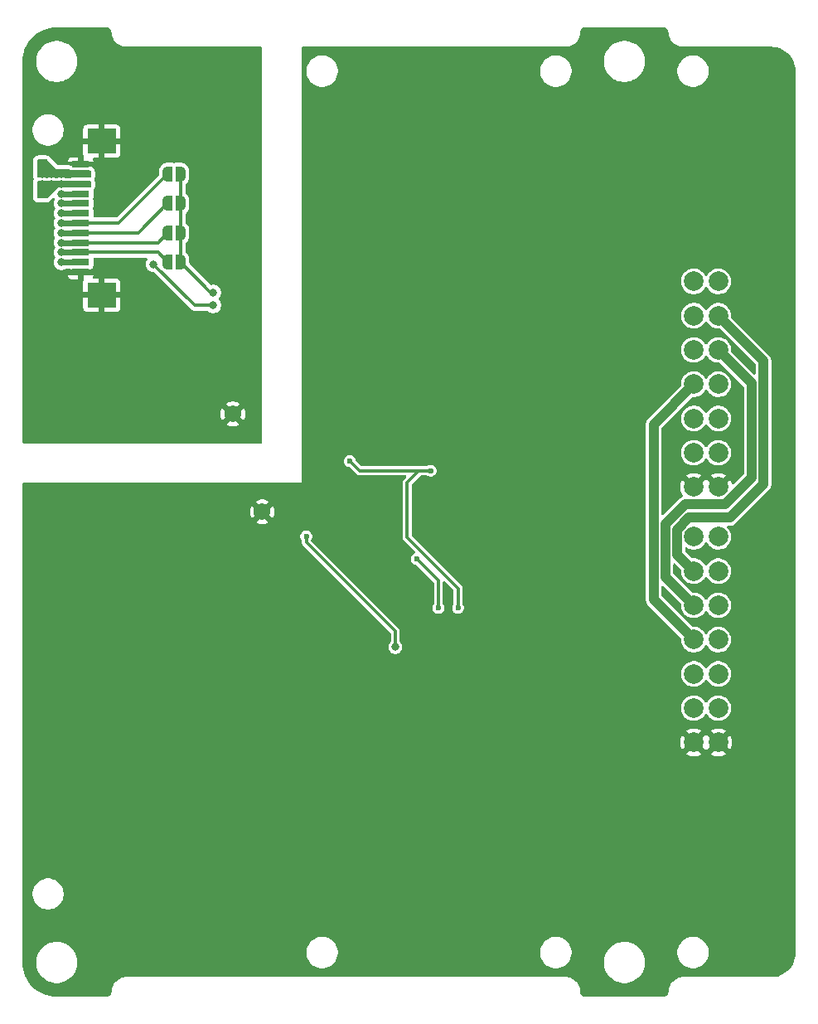
<source format=gbr>
%TF.GenerationSoftware,KiCad,Pcbnew,9.0.0*%
%TF.CreationDate,2025-02-28T13:48:11+03:00*%
%TF.ProjectId,PM_CNV-AI4_W,504d5f43-4e56-42d4-9149-345f572e6b69,rev?*%
%TF.SameCoordinates,Original*%
%TF.FileFunction,Copper,L2,Bot*%
%TF.FilePolarity,Positive*%
%FSLAX46Y46*%
G04 Gerber Fmt 4.6, Leading zero omitted, Abs format (unit mm)*
G04 Created by KiCad (PCBNEW 9.0.0) date 2025-02-28 13:48:11*
%MOMM*%
%LPD*%
G01*
G04 APERTURE LIST*
G04 Aperture macros list*
%AMFreePoly0*
4,1,23,0.500000,-0.750000,0.000000,-0.750000,0.000000,-0.745722,-0.065263,-0.745722,-0.191342,-0.711940,-0.304381,-0.646677,-0.396677,-0.554381,-0.461940,-0.441342,-0.495722,-0.315263,-0.495722,-0.250000,-0.500000,-0.250000,-0.500000,0.250000,-0.495722,0.250000,-0.495722,0.315263,-0.461940,0.441342,-0.396677,0.554381,-0.304381,0.646677,-0.191342,0.711940,-0.065263,0.745722,0.000000,0.745722,
0.000000,0.750000,0.500000,0.750000,0.500000,-0.750000,0.500000,-0.750000,$1*%
%AMFreePoly1*
4,1,23,0.000000,0.745722,0.065263,0.745722,0.191342,0.711940,0.304381,0.646677,0.396677,0.554381,0.461940,0.441342,0.495722,0.315263,0.495722,0.250000,0.500000,0.250000,0.500000,-0.250000,0.495722,-0.250000,0.495722,-0.315263,0.461940,-0.441342,0.396677,-0.554381,0.304381,-0.646677,0.191342,-0.711940,0.065263,-0.745722,0.000000,-0.745722,0.000000,-0.750000,-0.500000,-0.750000,
-0.500000,0.750000,0.000000,0.750000,0.000000,0.745722,0.000000,0.745722,$1*%
G04 Aperture macros list end*
%TA.AperFunction,ComponentPad*%
%ADD10C,2.000000*%
%TD*%
%TA.AperFunction,ComponentPad*%
%ADD11C,1.725000*%
%TD*%
%TA.AperFunction,SMDPad,CuDef*%
%ADD12FreePoly0,0.000000*%
%TD*%
%TA.AperFunction,SMDPad,CuDef*%
%ADD13FreePoly1,0.000000*%
%TD*%
%TA.AperFunction,SMDPad,CuDef*%
%ADD14R,1.803400X0.635000*%
%TD*%
%TA.AperFunction,SMDPad,CuDef*%
%ADD15R,2.997200X2.590800*%
%TD*%
%TA.AperFunction,ViaPad*%
%ADD16C,0.800000*%
%TD*%
%TA.AperFunction,ViaPad*%
%ADD17C,0.600000*%
%TD*%
%TA.AperFunction,Conductor*%
%ADD18C,1.000000*%
%TD*%
%TA.AperFunction,Conductor*%
%ADD19C,0.600000*%
%TD*%
%TA.AperFunction,Conductor*%
%ADD20C,0.300000*%
%TD*%
G04 APERTURE END LIST*
D10*
%TO.P,J4,1,Pin_1*%
%TO.N,GND_CNV*%
X29090000Y2540000D03*
%TO.P,J4,2,Pin_3*%
%TO.N,/0.SIG-*%
X29090000Y6040000D03*
%TO.P,J4,3,3*%
%TO.N,/0.SIG+*%
X29090000Y9540000D03*
%TO.P,J4,4,4*%
%TO.N,/SENSE-*%
X29090000Y13040000D03*
%TO.P,J4,5,Pin_9*%
%TO.N,/SENSE+*%
X29090000Y16540000D03*
%TO.P,J4,6,Pin_9*%
%TO.N,/EXC-*%
X29090000Y20040000D03*
%TO.P,J4,7,Pin_9*%
%TO.N,+5V_CNV_FLT*%
X29090000Y23540000D03*
%TO.P,J4,8,Pin_2*%
%TO.N,GND_CNV*%
X31590000Y2540000D03*
%TO.P,J4,9,Pin_4*%
%TO.N,/1.SIG-*%
X31590000Y6040000D03*
%TO.P,J4,10,Pin_6*%
%TO.N,/1.SIG+*%
X31590000Y9540000D03*
%TO.P,J4,11,Pin_8*%
%TO.N,/SENSE-*%
X31590000Y13040000D03*
%TO.P,J4,12,Pin_10*%
%TO.N,/SENSE+*%
X31590000Y16540000D03*
%TO.P,J4,13,Pin_10*%
%TO.N,/EXC-*%
X31590000Y20040000D03*
%TO.P,J4,14,Pin_10*%
%TO.N,+5V_CNV_FLT*%
X31590000Y23540000D03*
%TD*%
D11*
%TO.P,U1,1*%
%TO.N,GND_CNV*%
X-15000000Y0D03*
%TD*%
%TO.P,U2,1*%
%TO.N,GND_MCU*%
X-18000000Y10000000D03*
%TD*%
D10*
%TO.P,J5,1,Pin_1*%
%TO.N,GND_CNV*%
X29090000Y-23540000D03*
%TO.P,J5,2,Pin_3*%
%TO.N,/2.SIG-*%
X29090000Y-20040000D03*
%TO.P,J5,3,3*%
%TO.N,/2.SIG+*%
X29090000Y-16540000D03*
%TO.P,J5,4,4*%
%TO.N,/SENSE-*%
X29090000Y-13040000D03*
%TO.P,J5,5,Pin_9*%
%TO.N,/SENSE+*%
X29090000Y-9540000D03*
%TO.P,J5,6,Pin_9*%
%TO.N,/EXC-*%
X29090000Y-6040000D03*
%TO.P,J5,7,Pin_9*%
%TO.N,+5V_CNV_FLT*%
X29090000Y-2540000D03*
%TO.P,J5,8,Pin_2*%
%TO.N,GND_CNV*%
X31590000Y-23540000D03*
%TO.P,J5,9,Pin_4*%
%TO.N,/3.SIG-*%
X31590000Y-20040000D03*
%TO.P,J5,10,Pin_6*%
%TO.N,/3.SIG+*%
X31590000Y-16540000D03*
%TO.P,J5,11,Pin_8*%
%TO.N,/SENSE-*%
X31590000Y-13040000D03*
%TO.P,J5,12,Pin_10*%
%TO.N,/SENSE+*%
X31590000Y-9540000D03*
%TO.P,J5,13,Pin_10*%
%TO.N,/EXC-*%
X31590000Y-6040000D03*
%TO.P,J5,14,Pin_10*%
%TO.N,+5V_CNV_FLT*%
X31590000Y-2540000D03*
%TD*%
D12*
%TO.P,JP4,1,A*%
%TO.N,/CS3_MCU*%
X-24650000Y25500000D03*
D13*
%TO.P,JP4,2,B*%
%TO.N,/CS_MCU*%
X-23350000Y25500000D03*
%TD*%
D14*
%TO.P,J7,1,Pin_1*%
%TO.N,GND_MCU*%
X-33556000Y35499992D03*
%TO.P,J7,2,Pin_2*%
%TO.N,+5V_MCU*%
X-33556000Y34499994D03*
%TO.P,J7,3,Pin_3*%
%TO.N,+3.3V_MCU*%
X-33556000Y33499996D03*
%TO.P,J7,4,Pin_4*%
%TO.N,/MOSI_MCU*%
X-33556000Y32499998D03*
%TO.P,J7,5,Pin_5*%
%TO.N,/MISO_MCU*%
X-33556000Y31500000D03*
%TO.P,J7,6,Pin_6*%
%TO.N,/SCK_MCU*%
X-33556000Y30500000D03*
%TO.P,J7,7,Pin_7*%
%TO.N,/CS0_MCU*%
X-33556000Y29500000D03*
%TO.P,J7,8,Pin_8*%
%TO.N,/CS1_MCU*%
X-33556000Y28500000D03*
%TO.P,J7,9,Pin_9*%
%TO.N,/CS2_MCU*%
X-33556000Y27500002D03*
%TO.P,J7,10,Pin_10*%
%TO.N,/CS3_MCU*%
X-33556000Y26500004D03*
%TO.P,J7,11,Pin_11*%
%TO.N,/INT_MCU*%
X-33556000Y25500006D03*
%TO.P,J7,12,Pin_11*%
%TO.N,GND_MCU*%
X-33556000Y24500008D03*
D15*
%TO.P,J7,13,Pin_11*%
X-31385999Y37850003D03*
X-31385999Y22149997D03*
%TD*%
D12*
%TO.P,JP1,1,A*%
%TO.N,/CS0_MCU*%
X-24650000Y34500000D03*
D13*
%TO.P,JP1,2,B*%
%TO.N,/CS_MCU*%
X-23350000Y34500000D03*
%TD*%
D12*
%TO.P,JP2,1,A*%
%TO.N,/CS1_MCU*%
X-24650000Y31500000D03*
D13*
%TO.P,JP2,2,B*%
%TO.N,/CS_MCU*%
X-23350000Y31500000D03*
%TD*%
D12*
%TO.P,JP3,1,A*%
%TO.N,/CS2_MCU*%
X-24650000Y28500000D03*
D13*
%TO.P,JP3,2,B*%
%TO.N,/CS_MCU*%
X-23350000Y28500000D03*
%TD*%
D16*
%TO.N,/MISO_MCU*%
X-35500000Y31499990D03*
%TO.N,/MOSI_MCU*%
X-35500000Y32499993D03*
%TO.N,/CS3_MCU*%
X-35500000Y26500000D03*
%TO.N,/CS1_MCU*%
X-35500000Y28500000D03*
%TO.N,+5V_CNV*%
X-1400000Y-13800000D03*
D17*
X-10500000Y-2500000D03*
D16*
%TO.N,/CS0_MCU*%
X-35500000Y29500000D03*
%TO.N,/CS2_MCU*%
X-35500000Y27500000D03*
%TO.N,+3.3V_MCU*%
X-37500000Y33500000D03*
X-36500000Y33499996D03*
X-37500000Y32500000D03*
X-35500000Y33499996D03*
%TO.N,/INT_MCU*%
X-35500000Y25500000D03*
D17*
%TO.N,/MISO_CNV*%
X5000000Y-9800000D03*
X2200000Y4200000D03*
X-6050000Y5202487D03*
%TO.N,/CS_CNV*%
X3000000Y-9800000D03*
X800000Y-4800000D03*
D16*
%TO.N,GND_MCU*%
X-32000000Y20000000D03*
X-31000000Y40000000D03*
X-30000000Y40000000D03*
X-30000000Y20000000D03*
X-33000000Y20000000D03*
X-32000000Y40000000D03*
X-31000000Y20000000D03*
X-33000000Y40000000D03*
%TO.N,+5V_MCU*%
X-37500000Y34500000D03*
X-36500000Y34500000D03*
X-37500000Y35500000D03*
X-35500000Y34500000D03*
%TO.N,GND_CNV*%
X-4000000Y31500000D03*
X-6000000Y29500000D03*
X30000000Y-29500000D03*
X-5000000Y30500000D03*
X-7000000Y17000000D03*
X28000000Y-29500000D03*
X-3000000Y11500000D03*
X-4000000Y29500000D03*
X-7000000Y15000000D03*
X1000000Y12500000D03*
X28000000Y27500000D03*
X30000000Y29500000D03*
X4000000Y12500000D03*
X-6000000Y31500000D03*
X-9000000Y15000000D03*
X-3000000Y13500000D03*
X-9000000Y17000000D03*
X-4000000Y42500000D03*
X-8000000Y16000000D03*
X-6000000Y40500000D03*
X-1500000Y24500000D03*
X2500000Y12500000D03*
X29000000Y-28500000D03*
X29000000Y28500000D03*
X-3500000Y24500000D03*
X28000000Y-27500000D03*
X8000000Y13500000D03*
X1000000Y11000000D03*
X2500000Y11000000D03*
X8000000Y11500000D03*
X-2000000Y10500000D03*
X4000000Y11000000D03*
X28000000Y29500000D03*
X-5000000Y41500000D03*
X-6000000Y42500000D03*
X7000000Y10500000D03*
X-3500000Y26500000D03*
X-2500000Y25500000D03*
X30000000Y-27500000D03*
X7000000Y12500000D03*
X-1500000Y26500000D03*
X30000000Y27500000D03*
X-4000000Y40500000D03*
X-2000000Y12500000D03*
%TO.N,/CS_MCU*%
X-20000000Y22400000D03*
%TO.N,/SCK_MCU*%
X-35500000Y30500000D03*
%TO.N,/MISO_MCU*%
X-26100000Y25300000D03*
X-20000000Y21100000D03*
%TD*%
D18*
%TO.N,/SENSE-*%
X29090000Y-13040000D02*
X24987002Y-8937002D01*
X24987002Y8937002D02*
X29090000Y13040000D01*
X24987002Y-8937002D02*
X24987002Y8937002D01*
%TO.N,/SENSE+*%
X26188000Y-1313530D02*
X26188001Y-1313529D01*
X35000000Y3544422D02*
X35000000Y13130000D01*
X29090000Y-9540000D02*
X26188001Y-6638001D01*
X26188001Y-2308471D02*
X26188000Y-1313530D01*
X26188001Y-1211999D02*
X28200000Y800000D01*
X26188001Y-1313529D02*
X26188001Y-1211999D01*
X26188001Y-4836471D02*
X26188000Y-4836470D01*
X32255578Y800000D02*
X35000000Y3544422D01*
X35000000Y13130000D02*
X31590000Y16540000D01*
X26188001Y-6638001D02*
X26188001Y-4836471D01*
X28200000Y800000D02*
X32255578Y800000D01*
X26188000Y-4836470D02*
X26188001Y-2308471D01*
D19*
%TO.N,/CS3_MCU*%
X-35499996Y26500004D02*
X-35500000Y26500000D01*
D20*
X-25650004Y26500004D02*
X-33556000Y26500004D01*
X-24650000Y25500000D02*
X-25650004Y26500004D01*
D19*
X-33556000Y26500004D02*
X-35499996Y26500004D01*
D20*
%TO.N,/CS1_MCU*%
X-24650000Y31500000D02*
X-27650000Y28500000D01*
X-27650000Y28500000D02*
X-33556000Y28500000D01*
D19*
X-33556000Y28500000D02*
X-35500000Y28500000D01*
D20*
%TO.N,+5V_CNV*%
X-10500000Y-3100000D02*
X-10500000Y-2500000D01*
X-1400000Y-13800000D02*
X-1400000Y-12200000D01*
X-1400000Y-12200000D02*
X-10500000Y-3100000D01*
%TO.N,/CS0_MCU*%
X-29650000Y29500000D02*
X-33556000Y29500000D01*
X-24650000Y34500000D02*
X-29650000Y29500000D01*
D19*
X-35500000Y29500000D02*
X-33556000Y29500000D01*
D20*
%TO.N,/CS2_MCU*%
X-24650000Y28500000D02*
X-25649998Y27500002D01*
X-25649998Y27500002D02*
X-33556000Y27500002D01*
D19*
X-35500000Y27500000D02*
X-33556002Y27500000D01*
X-33556002Y27500000D02*
X-33556000Y27500002D01*
%TO.N,+3.3V_MCU*%
X-33556004Y33500000D02*
X-33556000Y33499996D01*
X-37500000Y33500000D02*
X-33556004Y33500000D01*
%TO.N,/INT_MCU*%
X-33556006Y25500000D02*
X-33556000Y25500006D01*
X-35500000Y25500000D02*
X-33556006Y25500000D01*
D18*
%TO.N,/EXC-*%
X36200000Y15430000D02*
X31590000Y20040000D01*
X27389000Y-4339000D02*
X27389000Y-1811000D01*
X32800000Y-600000D02*
X36200000Y2800000D01*
X29090000Y-6040000D02*
X27389000Y-4339000D01*
X27389000Y-1811000D02*
X28600000Y-600000D01*
X28600000Y-600000D02*
X32800000Y-600000D01*
X36200000Y2800000D02*
X36200000Y15430000D01*
D20*
%TO.N,/MISO_CNV*%
X-6050000Y5202487D02*
X-5047513Y4200000D01*
X2200000Y4200000D02*
X1000000Y4200000D01*
X-5047513Y4200000D02*
X2200000Y4200000D01*
X-200000Y3000000D02*
X-200000Y-2600000D01*
X1000000Y4200000D02*
X-200000Y3000000D01*
X-200000Y-2600000D02*
X5000000Y-7800000D01*
X5000000Y-9800000D02*
X5000000Y-7800000D01*
%TO.N,/CS_CNV*%
X3000000Y-7000000D02*
X3000000Y-9800000D01*
X800000Y-4800000D02*
X3000000Y-7000000D01*
D19*
%TO.N,+5V_MCU*%
X-37499994Y34499994D02*
X-37500000Y34500000D01*
X-33556000Y34499994D02*
X-37499994Y34499994D01*
D20*
%TO.N,/CS_MCU*%
X-23350000Y25500000D02*
X-20250000Y22400000D01*
X-23350000Y34500000D02*
X-23350000Y31500000D01*
X-20250000Y22400000D02*
X-20000000Y22400000D01*
X-23350000Y31500000D02*
X-23350000Y28500000D01*
X-23350000Y28500000D02*
X-23350000Y25500000D01*
D19*
%TO.N,/SCK_MCU*%
X-33556000Y30500000D02*
X-35500000Y30500000D01*
D20*
%TO.N,/MISO_MCU*%
X-20000000Y21100000D02*
X-21900000Y21100000D01*
X-21900000Y21100000D02*
X-26100000Y25300000D01*
D19*
%TO.N,/MOSI_MCU*%
X-35499995Y32499998D02*
X-35500000Y32499993D01*
X-33556000Y32499998D02*
X-35499995Y32499998D01*
%TO.N,/MISO_MCU*%
X-35500000Y31499990D02*
X-33556010Y31499990D01*
X-33556010Y31499990D02*
X-33556000Y31500000D01*
%TD*%
%TA.AperFunction,Conductor*%
%TO.N,GND_CNV*%
G36*
X26006922Y49498720D02*
G01*
X26097266Y49488541D01*
X26124331Y49482364D01*
X26203540Y49454648D01*
X26228553Y49442602D01*
X26299606Y49397957D01*
X26321313Y49380645D01*
X26380644Y49321314D01*
X26397957Y49299605D01*
X26442600Y49228556D01*
X26454648Y49203538D01*
X26482362Y49124334D01*
X26488540Y49097265D01*
X26498720Y49006924D01*
X26499500Y48993039D01*
X26499500Y48892683D01*
X26530044Y48680236D01*
X26530047Y48680226D01*
X26590517Y48474285D01*
X26679672Y48279062D01*
X26679679Y48279049D01*
X26717590Y48220059D01*
X26794425Y48100500D01*
X26795720Y48098486D01*
X26936275Y47936276D01*
X27060277Y47828828D01*
X27098487Y47795719D01*
X27169245Y47750246D01*
X27279048Y47679680D01*
X27279061Y47679673D01*
X27474284Y47590518D01*
X27474288Y47590517D01*
X27474290Y47590516D01*
X27680231Y47530046D01*
X27680232Y47530046D01*
X27680235Y47530045D01*
X27743584Y47520938D01*
X27892682Y47499500D01*
X27934108Y47499500D01*
X36934108Y47499500D01*
X36996249Y47499500D01*
X37003736Y47499274D01*
X37293796Y47481729D01*
X37308659Y47479924D01*
X37590798Y47428220D01*
X37605335Y47424637D01*
X37879172Y47339305D01*
X37893163Y47334000D01*
X38154743Y47216273D01*
X38167989Y47209320D01*
X38413465Y47060925D01*
X38425776Y47052427D01*
X38472520Y47015806D01*
X38651573Y46875527D01*
X38662781Y46865597D01*
X38865596Y46662782D01*
X38875526Y46651574D01*
X39007406Y46483241D01*
X39052422Y46425783D01*
X39060926Y46413463D01*
X39177398Y46220795D01*
X39209316Y46167996D01*
X39216275Y46154737D01*
X39333997Y45893169D01*
X39339306Y45879168D01*
X39424635Y45605337D01*
X39428219Y45590799D01*
X39479923Y45308660D01*
X39481728Y45293795D01*
X39499274Y45003737D01*
X39499500Y44996250D01*
X39499500Y-44996249D01*
X39499274Y-45003736D01*
X39481728Y-45293794D01*
X39479923Y-45308659D01*
X39428219Y-45590798D01*
X39424635Y-45605336D01*
X39339306Y-45879167D01*
X39333997Y-45893168D01*
X39216275Y-46154736D01*
X39209316Y-46167995D01*
X39060928Y-46413459D01*
X39052422Y-46425782D01*
X38875526Y-46651573D01*
X38865596Y-46662781D01*
X38662781Y-46865596D01*
X38651573Y-46875526D01*
X38425782Y-47052422D01*
X38413459Y-47060928D01*
X38167995Y-47209316D01*
X38154736Y-47216275D01*
X37893168Y-47333997D01*
X37879167Y-47339306D01*
X37605336Y-47424635D01*
X37590798Y-47428219D01*
X37308659Y-47479923D01*
X37293794Y-47481728D01*
X37003736Y-47499274D01*
X36996249Y-47499500D01*
X27892682Y-47499500D01*
X27680235Y-47530044D01*
X27680225Y-47530047D01*
X27474284Y-47590517D01*
X27279061Y-47679672D01*
X27279048Y-47679679D01*
X27098485Y-47795720D01*
X26936275Y-47936275D01*
X26795720Y-48098485D01*
X26679679Y-48279048D01*
X26679672Y-48279061D01*
X26590517Y-48474284D01*
X26530047Y-48680225D01*
X26530044Y-48680235D01*
X26499500Y-48892682D01*
X26499500Y-48993038D01*
X26498720Y-49006922D01*
X26498720Y-49006923D01*
X26488540Y-49097264D01*
X26482362Y-49124333D01*
X26454648Y-49203537D01*
X26442600Y-49228555D01*
X26397957Y-49299604D01*
X26380644Y-49321313D01*
X26321313Y-49380644D01*
X26299604Y-49397957D01*
X26228555Y-49442600D01*
X26203537Y-49454648D01*
X26124333Y-49482362D01*
X26097264Y-49488540D01*
X26017075Y-49497576D01*
X26006921Y-49498720D01*
X25993038Y-49499500D01*
X18006962Y-49499500D01*
X17993078Y-49498720D01*
X17980553Y-49497308D01*
X17902735Y-49488540D01*
X17875666Y-49482362D01*
X17796462Y-49454648D01*
X17771444Y-49442600D01*
X17700395Y-49397957D01*
X17678686Y-49380644D01*
X17619355Y-49321313D01*
X17602042Y-49299604D01*
X17561555Y-49235170D01*
X17557398Y-49228553D01*
X17545351Y-49203537D01*
X17517637Y-49124333D01*
X17511459Y-49097263D01*
X17501280Y-49006922D01*
X17500500Y-48993038D01*
X17500500Y-48892683D01*
X17500500Y-48892682D01*
X17469954Y-48680231D01*
X17409484Y-48474290D01*
X17409483Y-48474288D01*
X17409482Y-48474284D01*
X17320327Y-48279061D01*
X17320320Y-48279048D01*
X17249102Y-48168231D01*
X17204281Y-48098487D01*
X17124227Y-48006100D01*
X17063724Y-47936275D01*
X16901514Y-47795720D01*
X16901513Y-47795719D01*
X16830754Y-47750245D01*
X16720951Y-47679679D01*
X16720938Y-47679672D01*
X16525715Y-47590517D01*
X16319774Y-47530047D01*
X16319764Y-47530044D01*
X16128754Y-47502582D01*
X16107318Y-47499500D01*
X16065892Y-47499500D01*
X-28834108Y-47499500D01*
X-28900000Y-47499500D01*
X-29007318Y-47499500D01*
X-29219765Y-47530044D01*
X-29219775Y-47530047D01*
X-29425716Y-47590517D01*
X-29620939Y-47679672D01*
X-29620952Y-47679679D01*
X-29801515Y-47795720D01*
X-29963725Y-47936275D01*
X-30104280Y-48098485D01*
X-30220321Y-48279048D01*
X-30220328Y-48279061D01*
X-30309483Y-48474284D01*
X-30369953Y-48680225D01*
X-30369956Y-48680235D01*
X-30400500Y-48892682D01*
X-30400500Y-48993038D01*
X-30401280Y-49006922D01*
X-30401280Y-49006923D01*
X-30411460Y-49097264D01*
X-30417638Y-49124333D01*
X-30445352Y-49203537D01*
X-30457400Y-49228555D01*
X-30502043Y-49299604D01*
X-30519356Y-49321313D01*
X-30578687Y-49380644D01*
X-30600396Y-49397957D01*
X-30671445Y-49442600D01*
X-30696463Y-49454648D01*
X-30775667Y-49482362D01*
X-30802736Y-49488540D01*
X-30882925Y-49497576D01*
X-30893079Y-49498720D01*
X-30906962Y-49499500D01*
X-35996949Y-49499500D01*
X-36003032Y-49499351D01*
X-36023100Y-49498365D01*
X-36336929Y-49482947D01*
X-36349038Y-49481754D01*
X-36676695Y-49433151D01*
X-36688631Y-49430777D01*
X-37009945Y-49350292D01*
X-37021589Y-49346759D01*
X-37333460Y-49235170D01*
X-37344699Y-49230515D01*
X-37644156Y-49088883D01*
X-37654879Y-49083150D01*
X-37938989Y-48912862D01*
X-37949107Y-48906102D01*
X-38215171Y-48708775D01*
X-38224577Y-48701055D01*
X-38325620Y-48609475D01*
X-38470014Y-48478604D01*
X-38478605Y-48470013D01*
X-38701056Y-48224576D01*
X-38708776Y-48215170D01*
X-38808966Y-48080080D01*
X-38906105Y-47949103D01*
X-38912863Y-47938988D01*
X-39083156Y-47654871D01*
X-39088880Y-47644163D01*
X-39230521Y-47344688D01*
X-39235171Y-47333459D01*
X-39346760Y-47021588D01*
X-39350293Y-47009944D01*
X-39359042Y-46975015D01*
X-39430781Y-46688617D01*
X-39433152Y-46676694D01*
X-39481755Y-46349037D01*
X-39482948Y-46336927D01*
X-39499351Y-46003032D01*
X-39499500Y-45996948D01*
X-39499500Y-45862332D01*
X-38100500Y-45862332D01*
X-38100500Y-46137667D01*
X-38100499Y-46137684D01*
X-38064562Y-46410655D01*
X-38064561Y-46410660D01*
X-38064560Y-46410666D01*
X-38041035Y-46498462D01*
X-37993296Y-46676630D01*
X-37887925Y-46931017D01*
X-37887920Y-46931028D01*
X-37835634Y-47021588D01*
X-37750249Y-47169479D01*
X-37750247Y-47169482D01*
X-37750246Y-47169483D01*
X-37582630Y-47387926D01*
X-37582624Y-47387933D01*
X-37387934Y-47582623D01*
X-37387928Y-47582628D01*
X-37169479Y-47750249D01*
X-37057294Y-47815019D01*
X-36931029Y-47887919D01*
X-36931024Y-47887921D01*
X-36931021Y-47887923D01*
X-36676632Y-47993295D01*
X-36410666Y-48064560D01*
X-36137674Y-48100500D01*
X-36137667Y-48100500D01*
X-35862333Y-48100500D01*
X-35862326Y-48100500D01*
X-35589334Y-48064560D01*
X-35323368Y-47993295D01*
X-35068979Y-47887923D01*
X-34830521Y-47750249D01*
X-34612072Y-47582628D01*
X-34417372Y-47387928D01*
X-34249751Y-47169479D01*
X-34112077Y-46931021D01*
X-34006705Y-46676632D01*
X-33935440Y-46410666D01*
X-33899500Y-46137674D01*
X-33899500Y-45862326D01*
X-33935440Y-45589334D01*
X-34006705Y-45323368D01*
X-34112077Y-45068979D01*
X-34224626Y-44874038D01*
X-10476729Y-44874038D01*
X-10476729Y-45125961D01*
X-10437319Y-45374785D01*
X-10359469Y-45614383D01*
X-10245097Y-45838848D01*
X-10097028Y-46042649D01*
X-10097024Y-46042654D01*
X-9918884Y-46220794D01*
X-9918879Y-46220798D01*
X-9759040Y-46336927D01*
X-9715074Y-46368870D01*
X-9572045Y-46441747D01*
X-9490613Y-46483239D01*
X-9490611Y-46483239D01*
X-9490608Y-46483241D01*
X-9251014Y-46561090D01*
X-9002191Y-46600500D01*
X-9002190Y-46600500D01*
X-8750268Y-46600500D01*
X-8750267Y-46600500D01*
X-8501444Y-46561090D01*
X-8261850Y-46483241D01*
X-8037384Y-46368870D01*
X-7833573Y-46220793D01*
X-7655436Y-46042656D01*
X-7507359Y-45838845D01*
X-7392988Y-45614379D01*
X-7315139Y-45374785D01*
X-7275729Y-45125962D01*
X-7275729Y-44874038D01*
X13399500Y-44874038D01*
X13399500Y-45125961D01*
X13438910Y-45374785D01*
X13516760Y-45614383D01*
X13631132Y-45838848D01*
X13779201Y-46042649D01*
X13779205Y-46042654D01*
X13957345Y-46220794D01*
X13957350Y-46220798D01*
X14117189Y-46336927D01*
X14161155Y-46368870D01*
X14304184Y-46441747D01*
X14385616Y-46483239D01*
X14385618Y-46483239D01*
X14385621Y-46483241D01*
X14625215Y-46561090D01*
X14874038Y-46600500D01*
X14874039Y-46600500D01*
X15125961Y-46600500D01*
X15125962Y-46600500D01*
X15374785Y-46561090D01*
X15614379Y-46483241D01*
X15838845Y-46368870D01*
X16042656Y-46220793D01*
X16220793Y-46042656D01*
X16351806Y-45862332D01*
X19899500Y-45862332D01*
X19899500Y-46137667D01*
X19899501Y-46137684D01*
X19935438Y-46410655D01*
X19935439Y-46410660D01*
X19935440Y-46410666D01*
X19958965Y-46498462D01*
X20006704Y-46676630D01*
X20112075Y-46931017D01*
X20112080Y-46931028D01*
X20164366Y-47021588D01*
X20249751Y-47169479D01*
X20249753Y-47169482D01*
X20249754Y-47169483D01*
X20417370Y-47387926D01*
X20417376Y-47387933D01*
X20612066Y-47582623D01*
X20612072Y-47582628D01*
X20830521Y-47750249D01*
X20942706Y-47815019D01*
X21068971Y-47887919D01*
X21068976Y-47887921D01*
X21068979Y-47887923D01*
X21323368Y-47993295D01*
X21589334Y-48064560D01*
X21862326Y-48100500D01*
X21862333Y-48100500D01*
X22137667Y-48100500D01*
X22137674Y-48100500D01*
X22410666Y-48064560D01*
X22676632Y-47993295D01*
X22931021Y-47887923D01*
X23169479Y-47750249D01*
X23387928Y-47582628D01*
X23582628Y-47387928D01*
X23750249Y-47169479D01*
X23887923Y-46931021D01*
X23993295Y-46676632D01*
X24064560Y-46410666D01*
X24100500Y-46137674D01*
X24100500Y-45862326D01*
X24064560Y-45589334D01*
X23993295Y-45323368D01*
X23887923Y-45068979D01*
X23775374Y-44874038D01*
X27399500Y-44874038D01*
X27399500Y-45125961D01*
X27438910Y-45374785D01*
X27516760Y-45614383D01*
X27631132Y-45838848D01*
X27779201Y-46042649D01*
X27779205Y-46042654D01*
X27957345Y-46220794D01*
X27957350Y-46220798D01*
X28117189Y-46336927D01*
X28161155Y-46368870D01*
X28304184Y-46441747D01*
X28385616Y-46483239D01*
X28385618Y-46483239D01*
X28385621Y-46483241D01*
X28625215Y-46561090D01*
X28874038Y-46600500D01*
X28874039Y-46600500D01*
X29125961Y-46600500D01*
X29125962Y-46600500D01*
X29374785Y-46561090D01*
X29614379Y-46483241D01*
X29838845Y-46368870D01*
X30042656Y-46220793D01*
X30220793Y-46042656D01*
X30368870Y-45838845D01*
X30483241Y-45614379D01*
X30561090Y-45374785D01*
X30600500Y-45125962D01*
X30600500Y-44874038D01*
X30561090Y-44625215D01*
X30483241Y-44385621D01*
X30483239Y-44385618D01*
X30483239Y-44385616D01*
X30414013Y-44249754D01*
X30368870Y-44161155D01*
X30256656Y-44006705D01*
X30220798Y-43957350D01*
X30220794Y-43957345D01*
X30042654Y-43779205D01*
X30042649Y-43779201D01*
X29838848Y-43631132D01*
X29838847Y-43631131D01*
X29838845Y-43631130D01*
X29768747Y-43595413D01*
X29614383Y-43516760D01*
X29374785Y-43438910D01*
X29125962Y-43399500D01*
X28874038Y-43399500D01*
X28749626Y-43419205D01*
X28625214Y-43438910D01*
X28385616Y-43516760D01*
X28161151Y-43631132D01*
X27957350Y-43779201D01*
X27957345Y-43779205D01*
X27779205Y-43957345D01*
X27779201Y-43957350D01*
X27631132Y-44161151D01*
X27516760Y-44385616D01*
X27438910Y-44625214D01*
X27399500Y-44874038D01*
X23775374Y-44874038D01*
X23750249Y-44830521D01*
X23582628Y-44612072D01*
X23582623Y-44612066D01*
X23387933Y-44417376D01*
X23387926Y-44417370D01*
X23169483Y-44249754D01*
X23169482Y-44249753D01*
X23169479Y-44249751D01*
X23074407Y-44194861D01*
X22931028Y-44112080D01*
X22931017Y-44112075D01*
X22676630Y-44006704D01*
X22543649Y-43971072D01*
X22410666Y-43935440D01*
X22410660Y-43935439D01*
X22410655Y-43935438D01*
X22137684Y-43899501D01*
X22137679Y-43899500D01*
X22137674Y-43899500D01*
X21862326Y-43899500D01*
X21862320Y-43899500D01*
X21862315Y-43899501D01*
X21589344Y-43935438D01*
X21589337Y-43935439D01*
X21589334Y-43935440D01*
X21533125Y-43950500D01*
X21323369Y-44006704D01*
X21068982Y-44112075D01*
X21068971Y-44112080D01*
X20830516Y-44249754D01*
X20612073Y-44417370D01*
X20612066Y-44417376D01*
X20417376Y-44612066D01*
X20417370Y-44612073D01*
X20249754Y-44830516D01*
X20112080Y-45068971D01*
X20112075Y-45068982D01*
X20006704Y-45323369D01*
X19935441Y-45589331D01*
X19935438Y-45589344D01*
X19899501Y-45862315D01*
X19899500Y-45862332D01*
X16351806Y-45862332D01*
X16368870Y-45838845D01*
X16376114Y-45824626D01*
X16387659Y-45801971D01*
X16430503Y-45717882D01*
X16483241Y-45614379D01*
X16561090Y-45374785D01*
X16600500Y-45125962D01*
X16600500Y-44874038D01*
X16561090Y-44625215D01*
X16483241Y-44385621D01*
X16483239Y-44385618D01*
X16483239Y-44385616D01*
X16414013Y-44249754D01*
X16368870Y-44161155D01*
X16256656Y-44006705D01*
X16220798Y-43957350D01*
X16220794Y-43957345D01*
X16042654Y-43779205D01*
X16042649Y-43779201D01*
X15838848Y-43631132D01*
X15838847Y-43631131D01*
X15838845Y-43631130D01*
X15768747Y-43595413D01*
X15614383Y-43516760D01*
X15374785Y-43438910D01*
X15125962Y-43399500D01*
X14874038Y-43399500D01*
X14749626Y-43419205D01*
X14625214Y-43438910D01*
X14385616Y-43516760D01*
X14161151Y-43631132D01*
X13957350Y-43779201D01*
X13957345Y-43779205D01*
X13779205Y-43957345D01*
X13779201Y-43957350D01*
X13631132Y-44161151D01*
X13516760Y-44385616D01*
X13438910Y-44625214D01*
X13399500Y-44874038D01*
X-7275729Y-44874038D01*
X-7315139Y-44625215D01*
X-7392988Y-44385621D01*
X-7392990Y-44385618D01*
X-7392990Y-44385616D01*
X-7462216Y-44249754D01*
X-7507359Y-44161155D01*
X-7619573Y-44006705D01*
X-7655431Y-43957350D01*
X-7655435Y-43957345D01*
X-7833575Y-43779205D01*
X-7833580Y-43779201D01*
X-8037381Y-43631132D01*
X-8037382Y-43631131D01*
X-8037384Y-43631130D01*
X-8107482Y-43595413D01*
X-8261846Y-43516760D01*
X-8501444Y-43438910D01*
X-8750267Y-43399500D01*
X-9002191Y-43399500D01*
X-9126603Y-43419205D01*
X-9251015Y-43438910D01*
X-9490613Y-43516760D01*
X-9715078Y-43631132D01*
X-9918879Y-43779201D01*
X-9918884Y-43779205D01*
X-10097024Y-43957345D01*
X-10097028Y-43957350D01*
X-10245097Y-44161151D01*
X-10359469Y-44385616D01*
X-10437319Y-44625214D01*
X-10476729Y-44874038D01*
X-34224626Y-44874038D01*
X-34249751Y-44830521D01*
X-34417372Y-44612072D01*
X-34417377Y-44612066D01*
X-34612067Y-44417376D01*
X-34612074Y-44417370D01*
X-34830517Y-44249754D01*
X-34830518Y-44249753D01*
X-34830521Y-44249751D01*
X-34925593Y-44194861D01*
X-35068972Y-44112080D01*
X-35068983Y-44112075D01*
X-35323370Y-44006704D01*
X-35456351Y-43971072D01*
X-35589334Y-43935440D01*
X-35589340Y-43935439D01*
X-35589345Y-43935438D01*
X-35862316Y-43899501D01*
X-35862321Y-43899500D01*
X-35862326Y-43899500D01*
X-36137674Y-43899500D01*
X-36137680Y-43899500D01*
X-36137685Y-43899501D01*
X-36410656Y-43935438D01*
X-36410663Y-43935439D01*
X-36410666Y-43935440D01*
X-36466875Y-43950500D01*
X-36676631Y-44006704D01*
X-36931018Y-44112075D01*
X-36931029Y-44112080D01*
X-37169484Y-44249754D01*
X-37387927Y-44417370D01*
X-37387934Y-44417376D01*
X-37582624Y-44612066D01*
X-37582630Y-44612073D01*
X-37750246Y-44830516D01*
X-37887920Y-45068971D01*
X-37887925Y-45068982D01*
X-37993296Y-45323369D01*
X-38064559Y-45589331D01*
X-38064562Y-45589344D01*
X-38100499Y-45862315D01*
X-38100500Y-45862332D01*
X-39499500Y-45862332D01*
X-39499500Y-38874038D01*
X-38476729Y-38874038D01*
X-38476729Y-39125961D01*
X-38437319Y-39374785D01*
X-38359469Y-39614383D01*
X-38245097Y-39838848D01*
X-38097028Y-40042649D01*
X-38097024Y-40042654D01*
X-37918884Y-40220794D01*
X-37918879Y-40220798D01*
X-37741112Y-40349952D01*
X-37715074Y-40368870D01*
X-37572045Y-40441747D01*
X-37490613Y-40483239D01*
X-37490611Y-40483239D01*
X-37490608Y-40483241D01*
X-37251014Y-40561090D01*
X-37002191Y-40600500D01*
X-37002190Y-40600500D01*
X-36750268Y-40600500D01*
X-36750267Y-40600500D01*
X-36501444Y-40561090D01*
X-36261850Y-40483241D01*
X-36037384Y-40368870D01*
X-35833573Y-40220793D01*
X-35655436Y-40042656D01*
X-35507359Y-39838845D01*
X-35392988Y-39614379D01*
X-35315139Y-39374785D01*
X-35275729Y-39125962D01*
X-35275729Y-38874038D01*
X-35315139Y-38625215D01*
X-35392988Y-38385621D01*
X-35392990Y-38385618D01*
X-35392990Y-38385616D01*
X-35434482Y-38304184D01*
X-35507359Y-38161155D01*
X-35526277Y-38135117D01*
X-35655431Y-37957350D01*
X-35655435Y-37957345D01*
X-35833575Y-37779205D01*
X-35833580Y-37779201D01*
X-36037381Y-37631132D01*
X-36037382Y-37631131D01*
X-36037384Y-37631130D01*
X-36107482Y-37595413D01*
X-36261846Y-37516760D01*
X-36501444Y-37438910D01*
X-36750267Y-37399500D01*
X-37002191Y-37399500D01*
X-37126603Y-37419205D01*
X-37251015Y-37438910D01*
X-37490613Y-37516760D01*
X-37715078Y-37631132D01*
X-37918879Y-37779201D01*
X-37918884Y-37779205D01*
X-38097024Y-37957345D01*
X-38097028Y-37957350D01*
X-38245097Y-38161151D01*
X-38359469Y-38385616D01*
X-38437319Y-38625214D01*
X-38476729Y-38874038D01*
X-39499500Y-38874038D01*
X-39499500Y-23429818D01*
X27690000Y-23429818D01*
X27690000Y-23650181D01*
X27724473Y-23867835D01*
X27792567Y-24077410D01*
X27892612Y-24273759D01*
X27909177Y-24296557D01*
X27909178Y-24296558D01*
X28429979Y-23775756D01*
X28469668Y-23871574D01*
X28546274Y-23986224D01*
X28643776Y-24083726D01*
X28758426Y-24160332D01*
X28854243Y-24200020D01*
X28333441Y-24720821D01*
X28333441Y-24720822D01*
X28356239Y-24737386D01*
X28552589Y-24837432D01*
X28762164Y-24905526D01*
X28979819Y-24940000D01*
X29200181Y-24940000D01*
X29417835Y-24905526D01*
X29627410Y-24837432D01*
X29823762Y-24737384D01*
X29823769Y-24737380D01*
X29846557Y-24720822D01*
X29846558Y-24720821D01*
X29325756Y-24200020D01*
X29421574Y-24160332D01*
X29536224Y-24083726D01*
X29633726Y-23986224D01*
X29710332Y-23871574D01*
X29750020Y-23775756D01*
X30270821Y-24296558D01*
X30327809Y-24292074D01*
X30327954Y-24293921D01*
X30364600Y-24290767D01*
X30369687Y-24293450D01*
X30409178Y-24296558D01*
X30929979Y-23775756D01*
X30969668Y-23871574D01*
X31046274Y-23986224D01*
X31143776Y-24083726D01*
X31258426Y-24160332D01*
X31354243Y-24200020D01*
X30833441Y-24720821D01*
X30833441Y-24720822D01*
X30856239Y-24737386D01*
X31052589Y-24837432D01*
X31262164Y-24905526D01*
X31479819Y-24940000D01*
X31700181Y-24940000D01*
X31917835Y-24905526D01*
X32127410Y-24837432D01*
X32323762Y-24737384D01*
X32323769Y-24737380D01*
X32346557Y-24720822D01*
X32346558Y-24720821D01*
X31825756Y-24200020D01*
X31921574Y-24160332D01*
X32036224Y-24083726D01*
X32133726Y-23986224D01*
X32210332Y-23871574D01*
X32250020Y-23775756D01*
X32770821Y-24296558D01*
X32770822Y-24296557D01*
X32787380Y-24273769D01*
X32787384Y-24273762D01*
X32887432Y-24077410D01*
X32955526Y-23867835D01*
X32990000Y-23650181D01*
X32990000Y-23429818D01*
X32955526Y-23212164D01*
X32887432Y-23002589D01*
X32787386Y-22806239D01*
X32770821Y-22783441D01*
X32250020Y-23304242D01*
X32210332Y-23208426D01*
X32133726Y-23093776D01*
X32036224Y-22996274D01*
X31921574Y-22919668D01*
X31825757Y-22879979D01*
X32346558Y-22359178D01*
X32346557Y-22359177D01*
X32323759Y-22342612D01*
X32127410Y-22242567D01*
X31917835Y-22174473D01*
X31700181Y-22140000D01*
X31479819Y-22140000D01*
X31262164Y-22174473D01*
X31052589Y-22242567D01*
X30856237Y-22342614D01*
X30833441Y-22359176D01*
X30833441Y-22359177D01*
X31354243Y-22879979D01*
X31258426Y-22919668D01*
X31143776Y-22996274D01*
X31046274Y-23093776D01*
X30969668Y-23208426D01*
X30929979Y-23304243D01*
X30409177Y-22783441D01*
X30352188Y-22787927D01*
X30352042Y-22786074D01*
X30315357Y-22789221D01*
X30310291Y-22786547D01*
X30270821Y-22783441D01*
X29750020Y-23304242D01*
X29710332Y-23208426D01*
X29633726Y-23093776D01*
X29536224Y-22996274D01*
X29421574Y-22919668D01*
X29325756Y-22879979D01*
X29846558Y-22359177D01*
X29823759Y-22342612D01*
X29627410Y-22242567D01*
X29417835Y-22174473D01*
X29200181Y-22140000D01*
X28979819Y-22140000D01*
X28762164Y-22174473D01*
X28552589Y-22242567D01*
X28356237Y-22342614D01*
X28333441Y-22359176D01*
X28333441Y-22359177D01*
X28854243Y-22879979D01*
X28758426Y-22919668D01*
X28643776Y-22996274D01*
X28546274Y-23093776D01*
X28469668Y-23208426D01*
X28429979Y-23304243D01*
X27909177Y-22783441D01*
X27909176Y-22783441D01*
X27892614Y-22806237D01*
X27792567Y-23002589D01*
X27724473Y-23212164D01*
X27690000Y-23429818D01*
X-39499500Y-23429818D01*
X-39499500Y-19937648D01*
X27789500Y-19937648D01*
X27789500Y-20142351D01*
X27821522Y-20344534D01*
X27884781Y-20539223D01*
X27977715Y-20721613D01*
X28098028Y-20887213D01*
X28242786Y-21031971D01*
X28397749Y-21144556D01*
X28408390Y-21152287D01*
X28524607Y-21211503D01*
X28590776Y-21245218D01*
X28590778Y-21245218D01*
X28590781Y-21245220D01*
X28695137Y-21279127D01*
X28785465Y-21308477D01*
X28886557Y-21324488D01*
X28987648Y-21340500D01*
X28987649Y-21340500D01*
X29192351Y-21340500D01*
X29192352Y-21340500D01*
X29394534Y-21308477D01*
X29589219Y-21245220D01*
X29771610Y-21152287D01*
X29864590Y-21084732D01*
X29937213Y-21031971D01*
X29937215Y-21031968D01*
X29937219Y-21031966D01*
X30081966Y-20887219D01*
X30081968Y-20887215D01*
X30081971Y-20887213D01*
X30134732Y-20814590D01*
X30202287Y-20721610D01*
X30229515Y-20668171D01*
X30277490Y-20617376D01*
X30345311Y-20600581D01*
X30411446Y-20623118D01*
X30450485Y-20668172D01*
X30477715Y-20721613D01*
X30598028Y-20887213D01*
X30742786Y-21031971D01*
X30897749Y-21144556D01*
X30908390Y-21152287D01*
X31024607Y-21211503D01*
X31090776Y-21245218D01*
X31090778Y-21245218D01*
X31090781Y-21245220D01*
X31195137Y-21279127D01*
X31285465Y-21308477D01*
X31386557Y-21324488D01*
X31487648Y-21340500D01*
X31487649Y-21340500D01*
X31692351Y-21340500D01*
X31692352Y-21340500D01*
X31894534Y-21308477D01*
X32089219Y-21245220D01*
X32271610Y-21152287D01*
X32364590Y-21084732D01*
X32437213Y-21031971D01*
X32437215Y-21031968D01*
X32437219Y-21031966D01*
X32581966Y-20887219D01*
X32581968Y-20887215D01*
X32581971Y-20887213D01*
X32634732Y-20814590D01*
X32702287Y-20721610D01*
X32795220Y-20539219D01*
X32858477Y-20344534D01*
X32890500Y-20142352D01*
X32890500Y-19937648D01*
X32858477Y-19735466D01*
X32795220Y-19540781D01*
X32795218Y-19540778D01*
X32795218Y-19540776D01*
X32729515Y-19411828D01*
X32702287Y-19358390D01*
X32694556Y-19347749D01*
X32581971Y-19192786D01*
X32437213Y-19048028D01*
X32271613Y-18927715D01*
X32271612Y-18927714D01*
X32271610Y-18927713D01*
X32214653Y-18898691D01*
X32089223Y-18834781D01*
X31894534Y-18771522D01*
X31719995Y-18743878D01*
X31692352Y-18739500D01*
X31487648Y-18739500D01*
X31463329Y-18743351D01*
X31285465Y-18771522D01*
X31090776Y-18834781D01*
X30908386Y-18927715D01*
X30742786Y-19048028D01*
X30598028Y-19192786D01*
X30477713Y-19358388D01*
X30450484Y-19411828D01*
X30402510Y-19462623D01*
X30334688Y-19479418D01*
X30268554Y-19456880D01*
X30229516Y-19411828D01*
X30202286Y-19358388D01*
X30081971Y-19192786D01*
X29937213Y-19048028D01*
X29771613Y-18927715D01*
X29771612Y-18927714D01*
X29771610Y-18927713D01*
X29714653Y-18898691D01*
X29589223Y-18834781D01*
X29394534Y-18771522D01*
X29219995Y-18743878D01*
X29192352Y-18739500D01*
X28987648Y-18739500D01*
X28963329Y-18743351D01*
X28785465Y-18771522D01*
X28590776Y-18834781D01*
X28408386Y-18927715D01*
X28242786Y-19048028D01*
X28098028Y-19192786D01*
X27977715Y-19358386D01*
X27884781Y-19540776D01*
X27821522Y-19735465D01*
X27789500Y-19937648D01*
X-39499500Y-19937648D01*
X-39499500Y-16437648D01*
X27789500Y-16437648D01*
X27789500Y-16642351D01*
X27821522Y-16844534D01*
X27884781Y-17039223D01*
X27977715Y-17221613D01*
X28098028Y-17387213D01*
X28242786Y-17531971D01*
X28397749Y-17644556D01*
X28408390Y-17652287D01*
X28524607Y-17711503D01*
X28590776Y-17745218D01*
X28590778Y-17745218D01*
X28590781Y-17745220D01*
X28695137Y-17779127D01*
X28785465Y-17808477D01*
X28886557Y-17824488D01*
X28987648Y-17840500D01*
X28987649Y-17840500D01*
X29192351Y-17840500D01*
X29192352Y-17840500D01*
X29394534Y-17808477D01*
X29589219Y-17745220D01*
X29771610Y-17652287D01*
X29864590Y-17584732D01*
X29937213Y-17531971D01*
X29937215Y-17531968D01*
X29937219Y-17531966D01*
X30081966Y-17387219D01*
X30081968Y-17387215D01*
X30081971Y-17387213D01*
X30134732Y-17314590D01*
X30202287Y-17221610D01*
X30229515Y-17168171D01*
X30277490Y-17117376D01*
X30345311Y-17100581D01*
X30411446Y-17123118D01*
X30450485Y-17168172D01*
X30477715Y-17221613D01*
X30598028Y-17387213D01*
X30742786Y-17531971D01*
X30897749Y-17644556D01*
X30908390Y-17652287D01*
X31024607Y-17711503D01*
X31090776Y-17745218D01*
X31090778Y-17745218D01*
X31090781Y-17745220D01*
X31195137Y-17779127D01*
X31285465Y-17808477D01*
X31386557Y-17824488D01*
X31487648Y-17840500D01*
X31487649Y-17840500D01*
X31692351Y-17840500D01*
X31692352Y-17840500D01*
X31894534Y-17808477D01*
X32089219Y-17745220D01*
X32271610Y-17652287D01*
X32364590Y-17584732D01*
X32437213Y-17531971D01*
X32437215Y-17531968D01*
X32437219Y-17531966D01*
X32581966Y-17387219D01*
X32581968Y-17387215D01*
X32581971Y-17387213D01*
X32634732Y-17314590D01*
X32702287Y-17221610D01*
X32795220Y-17039219D01*
X32858477Y-16844534D01*
X32890500Y-16642352D01*
X32890500Y-16437648D01*
X32858477Y-16235466D01*
X32795220Y-16040781D01*
X32795218Y-16040778D01*
X32795218Y-16040776D01*
X32729515Y-15911828D01*
X32702287Y-15858390D01*
X32694556Y-15847749D01*
X32581971Y-15692786D01*
X32437213Y-15548028D01*
X32271613Y-15427715D01*
X32271612Y-15427714D01*
X32271610Y-15427713D01*
X32214653Y-15398691D01*
X32089223Y-15334781D01*
X31894534Y-15271522D01*
X31719995Y-15243878D01*
X31692352Y-15239500D01*
X31487648Y-15239500D01*
X31463329Y-15243351D01*
X31285465Y-15271522D01*
X31090776Y-15334781D01*
X30908386Y-15427715D01*
X30742786Y-15548028D01*
X30598028Y-15692786D01*
X30477713Y-15858388D01*
X30450484Y-15911828D01*
X30402510Y-15962623D01*
X30334688Y-15979418D01*
X30268554Y-15956880D01*
X30229516Y-15911828D01*
X30202286Y-15858388D01*
X30081971Y-15692786D01*
X29937213Y-15548028D01*
X29771613Y-15427715D01*
X29771612Y-15427714D01*
X29771610Y-15427713D01*
X29714653Y-15398691D01*
X29589223Y-15334781D01*
X29394534Y-15271522D01*
X29219995Y-15243878D01*
X29192352Y-15239500D01*
X28987648Y-15239500D01*
X28963329Y-15243351D01*
X28785465Y-15271522D01*
X28590776Y-15334781D01*
X28408386Y-15427715D01*
X28242786Y-15548028D01*
X28098028Y-15692786D01*
X27977715Y-15858386D01*
X27884781Y-16040776D01*
X27821522Y-16235465D01*
X27789500Y-16437648D01*
X-39499500Y-16437648D01*
X-39499500Y-2420943D01*
X-11100500Y-2420943D01*
X-11100500Y-2579057D01*
X-11078996Y-2659309D01*
X-11059577Y-2731783D01*
X-11059574Y-2731790D01*
X-10980527Y-2868706D01*
X-10980523Y-2868712D01*
X-10980520Y-2868716D01*
X-10980518Y-2868718D01*
X-10976128Y-2874438D01*
X-10950931Y-2939606D01*
X-10950500Y-2949930D01*
X-10950500Y-3159309D01*
X-10948125Y-3168172D01*
X-10933806Y-3221610D01*
X-10933806Y-3221611D01*
X-10919801Y-3273885D01*
X-10884560Y-3334922D01*
X-10860489Y-3376614D01*
X-10860487Y-3376616D01*
X-1886819Y-12350284D01*
X-1853334Y-12411607D01*
X-1850500Y-12437965D01*
X-1850500Y-13208481D01*
X-1870185Y-13275520D01*
X-1886819Y-13296162D01*
X-1944112Y-13353454D01*
X-1944115Y-13353458D01*
X-2020772Y-13468182D01*
X-2020779Y-13468195D01*
X-2073579Y-13595667D01*
X-2073582Y-13595677D01*
X-2100500Y-13731004D01*
X-2100500Y-13731007D01*
X-2100500Y-13868993D01*
X-2100500Y-13868995D01*
X-2100501Y-13868995D01*
X-2073582Y-14004322D01*
X-2073579Y-14004332D01*
X-2020779Y-14131804D01*
X-2020772Y-14131817D01*
X-1944115Y-14246541D01*
X-1944112Y-14246545D01*
X-1846546Y-14344111D01*
X-1846542Y-14344114D01*
X-1731818Y-14420771D01*
X-1731805Y-14420778D01*
X-1604333Y-14473578D01*
X-1604328Y-14473580D01*
X-1604324Y-14473580D01*
X-1604323Y-14473581D01*
X-1468996Y-14500500D01*
X-1468993Y-14500500D01*
X-1331005Y-14500500D01*
X-1239959Y-14482389D01*
X-1195672Y-14473580D01*
X-1068189Y-14420775D01*
X-953458Y-14344114D01*
X-855886Y-14246542D01*
X-779225Y-14131811D01*
X-726420Y-14004328D01*
X-703125Y-13887217D01*
X-699500Y-13868995D01*
X-699500Y-13731004D01*
X-726419Y-13595677D01*
X-726420Y-13595676D01*
X-726420Y-13595672D01*
X-749802Y-13539223D01*
X-779222Y-13468195D01*
X-779229Y-13468182D01*
X-855886Y-13353458D01*
X-855889Y-13353454D01*
X-913181Y-13296162D01*
X-946666Y-13234839D01*
X-949500Y-13208481D01*
X-949500Y-12140693D01*
X-949500Y-12140691D01*
X-980201Y-12026114D01*
X-1037013Y-11927713D01*
X-1039511Y-11923386D01*
X-1039513Y-11923384D01*
X-1039514Y-11923382D01*
X-9979543Y-2983354D01*
X-10013028Y-2922031D01*
X-10008044Y-2852339D01*
X-9999253Y-2833681D01*
X-9940423Y-2731784D01*
X-9899500Y-2579057D01*
X-9899500Y-2420943D01*
X-9940423Y-2268216D01*
X-9959331Y-2235466D01*
X-10019476Y-2131290D01*
X-10019482Y-2131282D01*
X-10131283Y-2019481D01*
X-10131291Y-2019475D01*
X-10268210Y-1940426D01*
X-10268214Y-1940424D01*
X-10268216Y-1940423D01*
X-10420943Y-1899500D01*
X-10579057Y-1899500D01*
X-10731784Y-1940423D01*
X-10731791Y-1940426D01*
X-10868710Y-2019475D01*
X-10868718Y-2019481D01*
X-10980519Y-2131282D01*
X-10980525Y-2131290D01*
X-11059574Y-2268209D01*
X-11059577Y-2268216D01*
X-11100500Y-2420943D01*
X-39499500Y-2420943D01*
X-39499500Y99361D01*
X-16262500Y99361D01*
X-16262500Y-99360D01*
X-16231413Y-295637D01*
X-16170007Y-484629D01*
X-16081871Y-657604D01*
X-15559144Y-134878D01*
X-15535815Y-221942D01*
X-15460115Y-353058D01*
X-15353058Y-460115D01*
X-15221942Y-535815D01*
X-15134880Y-559143D01*
X-15657607Y-1081868D01*
X-15484624Y-1170008D01*
X-15295638Y-1231412D01*
X-15099360Y-1262500D01*
X-14900640Y-1262500D01*
X-14704363Y-1231412D01*
X-14515370Y-1170005D01*
X-14515363Y-1170002D01*
X-14342395Y-1081868D01*
X-14865121Y-559142D01*
X-14778058Y-535815D01*
X-14646942Y-460115D01*
X-14539885Y-353058D01*
X-14464185Y-221942D01*
X-14440858Y-134879D01*
X-13918132Y-657605D01*
X-13829998Y-484637D01*
X-13829995Y-484630D01*
X-13768588Y-295637D01*
X-13737500Y-99360D01*
X-13737500Y99361D01*
X-13768588Y295638D01*
X-13829992Y484624D01*
X-13918132Y657607D01*
X-14440858Y134881D01*
X-14464185Y221942D01*
X-14539885Y353058D01*
X-14646942Y460115D01*
X-14778058Y535815D01*
X-14865121Y559144D01*
X-14342395Y1081870D01*
X-14515371Y1170007D01*
X-14704363Y1231413D01*
X-14900640Y1262500D01*
X-15099360Y1262500D01*
X-15295638Y1231413D01*
X-15484630Y1170007D01*
X-15484633Y1170006D01*
X-15657606Y1081870D01*
X-15134880Y559144D01*
X-15221942Y535815D01*
X-15353058Y460115D01*
X-15460115Y353058D01*
X-15535815Y221942D01*
X-15559144Y134880D01*
X-16081870Y657606D01*
X-16170006Y484633D01*
X-16170007Y484630D01*
X-16231413Y295638D01*
X-16262500Y99361D01*
X-39499500Y99361D01*
X-39499500Y2876000D01*
X-39479815Y2943039D01*
X-39427011Y2988794D01*
X-39375500Y3000000D01*
X-11000000Y3000000D01*
X-11000000Y5281544D01*
X-6650500Y5281544D01*
X-6650500Y5123430D01*
X-6630297Y5048034D01*
X-6609577Y4970704D01*
X-6609574Y4970697D01*
X-6530525Y4833778D01*
X-6530521Y4833773D01*
X-6530520Y4833771D01*
X-6418716Y4721967D01*
X-6418714Y4721966D01*
X-6418710Y4721963D01*
X-6281791Y4642914D01*
X-6281784Y4642910D01*
X-6129057Y4601987D01*
X-6129055Y4601987D01*
X-6121901Y4601045D01*
X-6058004Y4572780D01*
X-6050404Y4565788D01*
X-5324127Y3839510D01*
X-5324125Y3839509D01*
X-5324121Y3839506D01*
X-5221403Y3780202D01*
X-5221401Y3780202D01*
X-5221400Y3780201D01*
X-5212891Y3777921D01*
X-5212885Y3777918D01*
X-5212884Y3777919D01*
X-5190471Y3771914D01*
X-5106822Y3749500D01*
X-386965Y3749500D01*
X-319926Y3729815D01*
X-274171Y3677011D01*
X-264227Y3607853D01*
X-293252Y3544297D01*
X-299284Y3537819D01*
X-560487Y3276617D01*
X-560491Y3276611D01*
X-619799Y3173888D01*
X-619799Y3173887D01*
X-619799Y3173886D01*
X-650500Y3059309D01*
X-650500Y-2659309D01*
X-631080Y-2731783D01*
X-631080Y-2731784D01*
X-631080Y-2731785D01*
X-619801Y-2773885D01*
X-585281Y-2833673D01*
X-560489Y-2876614D01*
X-560487Y-2876616D01*
X603235Y-4040338D01*
X636720Y-4101661D01*
X631736Y-4171353D01*
X589864Y-4227286D01*
X574927Y-4235793D01*
X575254Y-4236359D01*
X431290Y-4319475D01*
X431282Y-4319481D01*
X319481Y-4431282D01*
X319475Y-4431290D01*
X240426Y-4568209D01*
X240423Y-4568216D01*
X199500Y-4720943D01*
X199500Y-4879057D01*
X212538Y-4927713D01*
X240423Y-5031783D01*
X240426Y-5031790D01*
X319475Y-5168709D01*
X319479Y-5168714D01*
X319480Y-5168716D01*
X431284Y-5280520D01*
X431286Y-5280521D01*
X431290Y-5280524D01*
X566160Y-5358390D01*
X568216Y-5359577D01*
X720943Y-5400500D01*
X720945Y-5400500D01*
X728099Y-5401442D01*
X791996Y-5429707D01*
X799597Y-5436700D01*
X2513181Y-7150284D01*
X2546666Y-7211607D01*
X2549500Y-7237965D01*
X2549500Y-9350069D01*
X2529815Y-9417108D01*
X2523875Y-9425557D01*
X2519475Y-9431290D01*
X2440426Y-9568209D01*
X2440423Y-9568216D01*
X2399500Y-9720943D01*
X2399500Y-9879056D01*
X2440423Y-10031783D01*
X2440426Y-10031790D01*
X2519475Y-10168709D01*
X2519479Y-10168714D01*
X2519480Y-10168716D01*
X2631284Y-10280520D01*
X2631286Y-10280521D01*
X2631290Y-10280524D01*
X2768209Y-10359573D01*
X2768216Y-10359577D01*
X2920943Y-10400500D01*
X2920945Y-10400500D01*
X3079055Y-10400500D01*
X3079057Y-10400500D01*
X3231784Y-10359577D01*
X3368716Y-10280520D01*
X3480520Y-10168716D01*
X3559577Y-10031784D01*
X3600500Y-9879057D01*
X3600500Y-9720943D01*
X3559577Y-9568216D01*
X3559573Y-9568209D01*
X3480524Y-9431290D01*
X3480521Y-9431287D01*
X3480520Y-9431284D01*
X3480517Y-9431281D01*
X3476125Y-9425557D01*
X3450930Y-9360388D01*
X3450500Y-9350069D01*
X3450500Y-7186965D01*
X3470185Y-7119926D01*
X3522989Y-7074171D01*
X3592147Y-7064227D01*
X3655703Y-7093252D01*
X3662181Y-7099284D01*
X4513181Y-7950284D01*
X4546666Y-8011607D01*
X4549500Y-8037965D01*
X4549500Y-9350069D01*
X4529815Y-9417108D01*
X4523875Y-9425557D01*
X4519475Y-9431290D01*
X4440426Y-9568209D01*
X4440423Y-9568216D01*
X4399500Y-9720943D01*
X4399500Y-9879056D01*
X4440423Y-10031783D01*
X4440426Y-10031790D01*
X4519475Y-10168709D01*
X4519479Y-10168714D01*
X4519480Y-10168716D01*
X4631284Y-10280520D01*
X4631286Y-10280521D01*
X4631290Y-10280524D01*
X4768209Y-10359573D01*
X4768216Y-10359577D01*
X4920943Y-10400500D01*
X4920945Y-10400500D01*
X5079055Y-10400500D01*
X5079057Y-10400500D01*
X5231784Y-10359577D01*
X5368716Y-10280520D01*
X5480520Y-10168716D01*
X5559577Y-10031784D01*
X5600500Y-9879057D01*
X5600500Y-9720943D01*
X5559577Y-9568216D01*
X5559573Y-9568209D01*
X5480524Y-9431290D01*
X5480521Y-9431287D01*
X5480520Y-9431284D01*
X5480517Y-9431281D01*
X5476125Y-9425557D01*
X5450930Y-9360388D01*
X5450500Y-9350069D01*
X5450500Y-7740693D01*
X5450500Y-7740691D01*
X5419799Y-7626114D01*
X5405821Y-7601903D01*
X5360494Y-7523393D01*
X5360488Y-7523385D01*
X286819Y-2449716D01*
X253334Y-2388393D01*
X250500Y-2362035D01*
X250500Y2762035D01*
X270185Y2829074D01*
X286819Y2849716D01*
X1150284Y3713181D01*
X1211607Y3746666D01*
X1237965Y3749500D01*
X1750069Y3749500D01*
X1817108Y3729815D01*
X1825557Y3723875D01*
X1831281Y3719483D01*
X1831284Y3719480D01*
X1831287Y3719479D01*
X1831290Y3719476D01*
X1904843Y3677011D01*
X1968216Y3640423D01*
X2120943Y3599500D01*
X2120945Y3599500D01*
X2279055Y3599500D01*
X2279057Y3599500D01*
X2431784Y3640423D01*
X2568716Y3719480D01*
X2680520Y3831284D01*
X2759577Y3968216D01*
X2800500Y4120943D01*
X2800500Y4279057D01*
X2759577Y4431784D01*
X2759573Y4431791D01*
X2680524Y4568710D01*
X2680518Y4568718D01*
X2568717Y4680519D01*
X2568709Y4680525D01*
X2431790Y4759574D01*
X2431786Y4759576D01*
X2431784Y4759577D01*
X2279057Y4800500D01*
X2120943Y4800500D01*
X1968216Y4759577D01*
X1968209Y4759574D01*
X1831290Y4680525D01*
X1825557Y4676125D01*
X1760388Y4650930D01*
X1750069Y4650500D01*
X-4809547Y4650500D01*
X-4876586Y4670185D01*
X-4897228Y4686819D01*
X-5413300Y5202891D01*
X-5446785Y5264214D01*
X-5448558Y5274387D01*
X-5449500Y5281543D01*
X-5449500Y5281544D01*
X-5490423Y5434271D01*
X-5516489Y5479419D01*
X-5569476Y5571197D01*
X-5569482Y5571205D01*
X-5681283Y5683006D01*
X-5681291Y5683012D01*
X-5818210Y5762061D01*
X-5818214Y5762063D01*
X-5818216Y5762064D01*
X-5970943Y5802987D01*
X-6129057Y5802987D01*
X-6281784Y5762064D01*
X-6281791Y5762061D01*
X-6418710Y5683012D01*
X-6418718Y5683006D01*
X-6530519Y5571205D01*
X-6530525Y5571197D01*
X-6609574Y5434278D01*
X-6609577Y5434271D01*
X-6650500Y5281544D01*
X-11000000Y5281544D01*
X-11000000Y9015849D01*
X24186502Y9015849D01*
X24186502Y-9015848D01*
X24217263Y-9170491D01*
X24217266Y-9170503D01*
X24277604Y-9316174D01*
X24277611Y-9316187D01*
X24365212Y-9447290D01*
X24365215Y-9447294D01*
X27753898Y-12835976D01*
X27787383Y-12897299D01*
X27789835Y-12933377D01*
X27789500Y-12937637D01*
X27789500Y-13142351D01*
X27821522Y-13344534D01*
X27884781Y-13539223D01*
X27977715Y-13721613D01*
X28098026Y-13887210D01*
X28098032Y-13887217D01*
X28242786Y-14031971D01*
X28380197Y-14131804D01*
X28408390Y-14152287D01*
X28524607Y-14211503D01*
X28590776Y-14245218D01*
X28590778Y-14245218D01*
X28590781Y-14245220D01*
X28695137Y-14279127D01*
X28785465Y-14308477D01*
X28886557Y-14324488D01*
X28987648Y-14340500D01*
X28987649Y-14340500D01*
X29192351Y-14340500D01*
X29192352Y-14340500D01*
X29394534Y-14308477D01*
X29589219Y-14245220D01*
X29771610Y-14152287D01*
X29864590Y-14084732D01*
X29937213Y-14031971D01*
X29937215Y-14031968D01*
X29937219Y-14031966D01*
X30081966Y-13887219D01*
X30081968Y-13887215D01*
X30081974Y-13887210D01*
X30159023Y-13781157D01*
X30202287Y-13721610D01*
X30229515Y-13668171D01*
X30277490Y-13617376D01*
X30345311Y-13600581D01*
X30411446Y-13623118D01*
X30450485Y-13668172D01*
X30477715Y-13721613D01*
X30598026Y-13887210D01*
X30598032Y-13887217D01*
X30742786Y-14031971D01*
X30880197Y-14131804D01*
X30908390Y-14152287D01*
X31024607Y-14211503D01*
X31090776Y-14245218D01*
X31090778Y-14245218D01*
X31090781Y-14245220D01*
X31195137Y-14279127D01*
X31285465Y-14308477D01*
X31386557Y-14324488D01*
X31487648Y-14340500D01*
X31487649Y-14340500D01*
X31692351Y-14340500D01*
X31692352Y-14340500D01*
X31894534Y-14308477D01*
X32089219Y-14245220D01*
X32271610Y-14152287D01*
X32364590Y-14084732D01*
X32437213Y-14031971D01*
X32437215Y-14031968D01*
X32437219Y-14031966D01*
X32581966Y-13887219D01*
X32581968Y-13887215D01*
X32581974Y-13887210D01*
X32659023Y-13781157D01*
X32702287Y-13721610D01*
X32795220Y-13539219D01*
X32858477Y-13344534D01*
X32890500Y-13142352D01*
X32890500Y-12937648D01*
X32881466Y-12880611D01*
X32858477Y-12735465D01*
X32795218Y-12540776D01*
X32752470Y-12456880D01*
X32702287Y-12358390D01*
X32694556Y-12347749D01*
X32581971Y-12192786D01*
X32437213Y-12048028D01*
X32271612Y-11927714D01*
X32089223Y-11834781D01*
X31894534Y-11771522D01*
X31719995Y-11743878D01*
X31692352Y-11739500D01*
X31487648Y-11739500D01*
X31463329Y-11743351D01*
X31285465Y-11771522D01*
X31090776Y-11834781D01*
X30908388Y-11927714D01*
X30742786Y-12048028D01*
X30598028Y-12192786D01*
X30477713Y-12358388D01*
X30450484Y-12411828D01*
X30402510Y-12462623D01*
X30334688Y-12479418D01*
X30268554Y-12456880D01*
X30229516Y-12411828D01*
X30202286Y-12358388D01*
X30081971Y-12192786D01*
X29937213Y-12048028D01*
X29771612Y-11927714D01*
X29589223Y-11834781D01*
X29394534Y-11771522D01*
X29219995Y-11743878D01*
X29192352Y-11739500D01*
X28987648Y-11739500D01*
X28987638Y-11739500D01*
X28983377Y-11739835D01*
X28915001Y-11725466D01*
X28885976Y-11703898D01*
X25823821Y-8641743D01*
X25790336Y-8580420D01*
X25787502Y-8554062D01*
X25787502Y-7668942D01*
X25807187Y-7601903D01*
X25859991Y-7556148D01*
X25929149Y-7546204D01*
X25992705Y-7575229D01*
X25999183Y-7581261D01*
X27753898Y-9335976D01*
X27787383Y-9397299D01*
X27789835Y-9433377D01*
X27789500Y-9437637D01*
X27789500Y-9642351D01*
X27821522Y-9844534D01*
X27884781Y-10039223D01*
X27977715Y-10221613D01*
X28098028Y-10387213D01*
X28242786Y-10531971D01*
X28397749Y-10644556D01*
X28408390Y-10652287D01*
X28524607Y-10711503D01*
X28590776Y-10745218D01*
X28590778Y-10745218D01*
X28590781Y-10745220D01*
X28695137Y-10779127D01*
X28785465Y-10808477D01*
X28886557Y-10824488D01*
X28987648Y-10840500D01*
X28987649Y-10840500D01*
X29192351Y-10840500D01*
X29192352Y-10840500D01*
X29394534Y-10808477D01*
X29589219Y-10745220D01*
X29771610Y-10652287D01*
X29864590Y-10584732D01*
X29937213Y-10531971D01*
X29937215Y-10531968D01*
X29937219Y-10531966D01*
X30081966Y-10387219D01*
X30081968Y-10387215D01*
X30081971Y-10387213D01*
X30159484Y-10280524D01*
X30202287Y-10221610D01*
X30229515Y-10168171D01*
X30277490Y-10117376D01*
X30345311Y-10100581D01*
X30411446Y-10123118D01*
X30450485Y-10168172D01*
X30477715Y-10221613D01*
X30598028Y-10387213D01*
X30742786Y-10531971D01*
X30897749Y-10644556D01*
X30908390Y-10652287D01*
X31024607Y-10711503D01*
X31090776Y-10745218D01*
X31090778Y-10745218D01*
X31090781Y-10745220D01*
X31195137Y-10779127D01*
X31285465Y-10808477D01*
X31386557Y-10824488D01*
X31487648Y-10840500D01*
X31487649Y-10840500D01*
X31692351Y-10840500D01*
X31692352Y-10840500D01*
X31894534Y-10808477D01*
X32089219Y-10745220D01*
X32271610Y-10652287D01*
X32364590Y-10584732D01*
X32437213Y-10531971D01*
X32437215Y-10531968D01*
X32437219Y-10531966D01*
X32581966Y-10387219D01*
X32581968Y-10387215D01*
X32581971Y-10387213D01*
X32659484Y-10280524D01*
X32702287Y-10221610D01*
X32795220Y-10039219D01*
X32858477Y-9844534D01*
X32890500Y-9642352D01*
X32890500Y-9437648D01*
X32876629Y-9350069D01*
X32858477Y-9235465D01*
X32795218Y-9040776D01*
X32729515Y-8911828D01*
X32702287Y-8858390D01*
X32694556Y-8847749D01*
X32581971Y-8692786D01*
X32437213Y-8548028D01*
X32271613Y-8427715D01*
X32271612Y-8427714D01*
X32271610Y-8427713D01*
X32214653Y-8398691D01*
X32089223Y-8334781D01*
X31894534Y-8271522D01*
X31719995Y-8243878D01*
X31692352Y-8239500D01*
X31487648Y-8239500D01*
X31463329Y-8243351D01*
X31285465Y-8271522D01*
X31090776Y-8334781D01*
X30908386Y-8427715D01*
X30742786Y-8548028D01*
X30598028Y-8692786D01*
X30477713Y-8858388D01*
X30450484Y-8911828D01*
X30402510Y-8962623D01*
X30334688Y-8979418D01*
X30268554Y-8956880D01*
X30229516Y-8911828D01*
X30202286Y-8858388D01*
X30081971Y-8692786D01*
X29937213Y-8548028D01*
X29771613Y-8427715D01*
X29771612Y-8427714D01*
X29771610Y-8427713D01*
X29714653Y-8398691D01*
X29589223Y-8334781D01*
X29394534Y-8271522D01*
X29219995Y-8243878D01*
X29192352Y-8239500D01*
X28987648Y-8239500D01*
X28987638Y-8239500D01*
X28983377Y-8239835D01*
X28915001Y-8225466D01*
X28885976Y-8203898D01*
X27024820Y-6342742D01*
X26991335Y-6281419D01*
X26988501Y-6255061D01*
X26988501Y-5369941D01*
X27008186Y-5302902D01*
X27060990Y-5257147D01*
X27130148Y-5247203D01*
X27193704Y-5276228D01*
X27200182Y-5282260D01*
X27753898Y-5835976D01*
X27787383Y-5897299D01*
X27789835Y-5933377D01*
X27789500Y-5937637D01*
X27789500Y-6142351D01*
X27821522Y-6344534D01*
X27884781Y-6539223D01*
X27977715Y-6721613D01*
X28098028Y-6887213D01*
X28242786Y-7031971D01*
X28397749Y-7144556D01*
X28408390Y-7152287D01*
X28524607Y-7211503D01*
X28590776Y-7245218D01*
X28590778Y-7245218D01*
X28590781Y-7245220D01*
X28695137Y-7279127D01*
X28785465Y-7308477D01*
X28886557Y-7324488D01*
X28987648Y-7340500D01*
X28987649Y-7340500D01*
X29192351Y-7340500D01*
X29192352Y-7340500D01*
X29394534Y-7308477D01*
X29589219Y-7245220D01*
X29771610Y-7152287D01*
X29864590Y-7084732D01*
X29937213Y-7031971D01*
X29937215Y-7031968D01*
X29937219Y-7031966D01*
X30081966Y-6887219D01*
X30081968Y-6887215D01*
X30081971Y-6887213D01*
X30134732Y-6814590D01*
X30202287Y-6721610D01*
X30229515Y-6668171D01*
X30277490Y-6617376D01*
X30345311Y-6600581D01*
X30411446Y-6623118D01*
X30450485Y-6668172D01*
X30477715Y-6721613D01*
X30598028Y-6887213D01*
X30742786Y-7031971D01*
X30897749Y-7144556D01*
X30908390Y-7152287D01*
X31024607Y-7211503D01*
X31090776Y-7245218D01*
X31090778Y-7245218D01*
X31090781Y-7245220D01*
X31195137Y-7279127D01*
X31285465Y-7308477D01*
X31386557Y-7324488D01*
X31487648Y-7340500D01*
X31487649Y-7340500D01*
X31692351Y-7340500D01*
X31692352Y-7340500D01*
X31894534Y-7308477D01*
X32089219Y-7245220D01*
X32271610Y-7152287D01*
X32364590Y-7084732D01*
X32437213Y-7031971D01*
X32437215Y-7031968D01*
X32437219Y-7031966D01*
X32581966Y-6887219D01*
X32581968Y-6887215D01*
X32581971Y-6887213D01*
X32634732Y-6814590D01*
X32702287Y-6721610D01*
X32795220Y-6539219D01*
X32858477Y-6344534D01*
X32890500Y-6142352D01*
X32890500Y-5937648D01*
X32881466Y-5880611D01*
X32858477Y-5735465D01*
X32795218Y-5540776D01*
X32723743Y-5400500D01*
X32702287Y-5358390D01*
X32645712Y-5280520D01*
X32581971Y-5192786D01*
X32437213Y-5048028D01*
X32271613Y-4927715D01*
X32271612Y-4927714D01*
X32271610Y-4927713D01*
X32214653Y-4898691D01*
X32089223Y-4834781D01*
X31894534Y-4771522D01*
X31719995Y-4743878D01*
X31692352Y-4739500D01*
X31487648Y-4739500D01*
X31463329Y-4743351D01*
X31285465Y-4771522D01*
X31090776Y-4834781D01*
X30908386Y-4927715D01*
X30742786Y-5048028D01*
X30598028Y-5192786D01*
X30477713Y-5358388D01*
X30450484Y-5411828D01*
X30402510Y-5462623D01*
X30334688Y-5479418D01*
X30268554Y-5456880D01*
X30229516Y-5411828D01*
X30202286Y-5358388D01*
X30081971Y-5192786D01*
X29937213Y-5048028D01*
X29771613Y-4927715D01*
X29771612Y-4927714D01*
X29771610Y-4927713D01*
X29714653Y-4898691D01*
X29589223Y-4834781D01*
X29394534Y-4771522D01*
X29219995Y-4743878D01*
X29192352Y-4739500D01*
X28987648Y-4739500D01*
X28987638Y-4739500D01*
X28983377Y-4739835D01*
X28915001Y-4725466D01*
X28885976Y-4703898D01*
X28225819Y-4043741D01*
X28211115Y-4016813D01*
X28194523Y-3990995D01*
X28193631Y-3984794D01*
X28192334Y-3982418D01*
X28189500Y-3956060D01*
X28189500Y-3736618D01*
X28209185Y-3669579D01*
X28261989Y-3623824D01*
X28331147Y-3613880D01*
X28386385Y-3636299D01*
X28408390Y-3652287D01*
X28494561Y-3696193D01*
X28590776Y-3745218D01*
X28590778Y-3745218D01*
X28590781Y-3745220D01*
X28695137Y-3779127D01*
X28785465Y-3808477D01*
X28886557Y-3824488D01*
X28987648Y-3840500D01*
X28987649Y-3840500D01*
X29192351Y-3840500D01*
X29192352Y-3840500D01*
X29394534Y-3808477D01*
X29589219Y-3745220D01*
X29771610Y-3652287D01*
X29864590Y-3584732D01*
X29937213Y-3531971D01*
X29937215Y-3531968D01*
X29937219Y-3531966D01*
X30081966Y-3387219D01*
X30081968Y-3387215D01*
X30081971Y-3387213D01*
X30134732Y-3314590D01*
X30202287Y-3221610D01*
X30229515Y-3168171D01*
X30277490Y-3117376D01*
X30345311Y-3100581D01*
X30411446Y-3123118D01*
X30450485Y-3168172D01*
X30477715Y-3221613D01*
X30598028Y-3387213D01*
X30742786Y-3531971D01*
X30897749Y-3644556D01*
X30908390Y-3652287D01*
X31024607Y-3711503D01*
X31090776Y-3745218D01*
X31090778Y-3745218D01*
X31090781Y-3745220D01*
X31195137Y-3779127D01*
X31285465Y-3808477D01*
X31386557Y-3824488D01*
X31487648Y-3840500D01*
X31487649Y-3840500D01*
X31692351Y-3840500D01*
X31692352Y-3840500D01*
X31894534Y-3808477D01*
X32089219Y-3745220D01*
X32271610Y-3652287D01*
X32364590Y-3584732D01*
X32437213Y-3531971D01*
X32437215Y-3531968D01*
X32437219Y-3531966D01*
X32581966Y-3387219D01*
X32581968Y-3387215D01*
X32581971Y-3387213D01*
X32634732Y-3314590D01*
X32702287Y-3221610D01*
X32795220Y-3039219D01*
X32858477Y-2844534D01*
X32890500Y-2642352D01*
X32890500Y-2437648D01*
X32858477Y-2235466D01*
X32795220Y-2040781D01*
X32795218Y-2040778D01*
X32795218Y-2040776D01*
X32729515Y-1911828D01*
X32702287Y-1858390D01*
X32694556Y-1847749D01*
X32581971Y-1692786D01*
X32501366Y-1612181D01*
X32467881Y-1550858D01*
X32472865Y-1481166D01*
X32514737Y-1425233D01*
X32580201Y-1400816D01*
X32589047Y-1400500D01*
X32878844Y-1400500D01*
X32878845Y-1400499D01*
X33033497Y-1369737D01*
X33179179Y-1309394D01*
X33310289Y-1221789D01*
X36821789Y2289711D01*
X36909394Y2420821D01*
X36969737Y2566503D01*
X37000500Y2721158D01*
X37000500Y15508842D01*
X36986754Y15577949D01*
X36986754Y15577952D01*
X36969739Y15663490D01*
X36969738Y15663497D01*
X36909394Y15809179D01*
X36909392Y15809182D01*
X36909390Y15809186D01*
X36821789Y15940289D01*
X36821786Y15940293D01*
X32926100Y19835978D01*
X32892615Y19897301D01*
X32890165Y19933408D01*
X32890498Y19937641D01*
X32890500Y19937648D01*
X32890500Y20142352D01*
X32858477Y20344534D01*
X32840617Y20399500D01*
X32795218Y20539224D01*
X32729515Y20668172D01*
X32702287Y20721610D01*
X32668446Y20768189D01*
X32581971Y20887214D01*
X32437213Y21031972D01*
X32271613Y21152285D01*
X32271612Y21152286D01*
X32271610Y21152287D01*
X32214653Y21181309D01*
X32089223Y21245219D01*
X31894534Y21308478D01*
X31719995Y21336122D01*
X31692352Y21340500D01*
X31487648Y21340500D01*
X31463329Y21336649D01*
X31285465Y21308478D01*
X31090776Y21245219D01*
X30908386Y21152285D01*
X30742786Y21031972D01*
X30598028Y20887214D01*
X30477713Y20721612D01*
X30450484Y20668172D01*
X30402510Y20617377D01*
X30334688Y20600582D01*
X30268554Y20623120D01*
X30229516Y20668172D01*
X30202286Y20721612D01*
X30081971Y20887214D01*
X29937213Y21031972D01*
X29771613Y21152285D01*
X29771612Y21152286D01*
X29771610Y21152287D01*
X29714653Y21181309D01*
X29589223Y21245219D01*
X29394534Y21308478D01*
X29219995Y21336122D01*
X29192352Y21340500D01*
X28987648Y21340500D01*
X28963329Y21336649D01*
X28785465Y21308478D01*
X28590776Y21245219D01*
X28408386Y21152285D01*
X28242786Y21031972D01*
X28098028Y20887214D01*
X27977715Y20721614D01*
X27884781Y20539224D01*
X27821522Y20344535D01*
X27789500Y20142352D01*
X27789500Y19937649D01*
X27821522Y19735466D01*
X27884781Y19540777D01*
X27977715Y19358387D01*
X28098028Y19192787D01*
X28242786Y19048029D01*
X28397749Y18935444D01*
X28408390Y18927713D01*
X28524607Y18868497D01*
X28590776Y18834782D01*
X28590778Y18834782D01*
X28590781Y18834780D01*
X28695137Y18800873D01*
X28785465Y18771523D01*
X28886557Y18755512D01*
X28987648Y18739500D01*
X28987649Y18739500D01*
X29192351Y18739500D01*
X29192352Y18739500D01*
X29394534Y18771523D01*
X29589219Y18834780D01*
X29771610Y18927713D01*
X29864590Y18995268D01*
X29937213Y19048029D01*
X29937215Y19048032D01*
X29937219Y19048034D01*
X30081966Y19192781D01*
X30081968Y19192785D01*
X30081971Y19192787D01*
X30159501Y19299500D01*
X30202287Y19358390D01*
X30229515Y19411829D01*
X30277490Y19462624D01*
X30345311Y19479419D01*
X30411446Y19456882D01*
X30450485Y19411828D01*
X30477715Y19358387D01*
X30598028Y19192787D01*
X30742786Y19048029D01*
X30897749Y18935444D01*
X30908390Y18927713D01*
X31024607Y18868497D01*
X31090776Y18834782D01*
X31090778Y18834782D01*
X31090781Y18834780D01*
X31195137Y18800873D01*
X31285465Y18771523D01*
X31386557Y18755512D01*
X31487648Y18739500D01*
X31487649Y18739500D01*
X31692344Y18739500D01*
X31692352Y18739500D01*
X31692359Y18739502D01*
X31696592Y18739835D01*
X31764972Y18725482D01*
X31794022Y18703900D01*
X35363181Y15134741D01*
X35396666Y15073418D01*
X35399500Y15047060D01*
X35399500Y14161940D01*
X35379815Y14094901D01*
X35327011Y14049146D01*
X35257853Y14039202D01*
X35194297Y14068227D01*
X35187819Y14074259D01*
X32926100Y16335978D01*
X32892615Y16397301D01*
X32890165Y16433408D01*
X32890498Y16437641D01*
X32890500Y16437648D01*
X32890500Y16642352D01*
X32858477Y16844534D01*
X32795220Y17039219D01*
X32795218Y17039222D01*
X32795218Y17039224D01*
X32729515Y17168172D01*
X32702287Y17221610D01*
X32694556Y17232251D01*
X32581971Y17387214D01*
X32437213Y17531972D01*
X32271613Y17652285D01*
X32271612Y17652286D01*
X32271610Y17652287D01*
X32214653Y17681309D01*
X32089223Y17745219D01*
X31894534Y17808478D01*
X31719995Y17836122D01*
X31692352Y17840500D01*
X31487648Y17840500D01*
X31463329Y17836649D01*
X31285465Y17808478D01*
X31090776Y17745219D01*
X30908386Y17652285D01*
X30742786Y17531972D01*
X30598028Y17387214D01*
X30477713Y17221612D01*
X30450484Y17168172D01*
X30402510Y17117377D01*
X30334688Y17100582D01*
X30268554Y17123120D01*
X30229516Y17168172D01*
X30202286Y17221612D01*
X30081971Y17387214D01*
X29937213Y17531972D01*
X29771613Y17652285D01*
X29771612Y17652286D01*
X29771610Y17652287D01*
X29714653Y17681309D01*
X29589223Y17745219D01*
X29394534Y17808478D01*
X29219995Y17836122D01*
X29192352Y17840500D01*
X28987648Y17840500D01*
X28963329Y17836649D01*
X28785465Y17808478D01*
X28590776Y17745219D01*
X28408386Y17652285D01*
X28242786Y17531972D01*
X28098028Y17387214D01*
X27977715Y17221614D01*
X27884781Y17039224D01*
X27821522Y16844535D01*
X27789500Y16642352D01*
X27789500Y16437649D01*
X27821522Y16235466D01*
X27884781Y16040777D01*
X27977715Y15858387D01*
X28098028Y15692787D01*
X28242786Y15548029D01*
X28397749Y15435444D01*
X28408390Y15427713D01*
X28524607Y15368497D01*
X28590776Y15334782D01*
X28590778Y15334782D01*
X28590781Y15334780D01*
X28695137Y15300873D01*
X28785465Y15271523D01*
X28886557Y15255512D01*
X28987648Y15239500D01*
X28987649Y15239500D01*
X29192351Y15239500D01*
X29192352Y15239500D01*
X29394534Y15271523D01*
X29589219Y15334780D01*
X29771610Y15427713D01*
X29864590Y15495268D01*
X29937213Y15548029D01*
X29937215Y15548032D01*
X29937219Y15548034D01*
X30081966Y15692781D01*
X30081968Y15692785D01*
X30081971Y15692787D01*
X30166538Y15809186D01*
X30202287Y15858390D01*
X30229515Y15911829D01*
X30277490Y15962624D01*
X30345311Y15979419D01*
X30411446Y15956882D01*
X30450485Y15911828D01*
X30477715Y15858387D01*
X30598028Y15692787D01*
X30742786Y15548029D01*
X30897749Y15435444D01*
X30908390Y15427713D01*
X31024607Y15368497D01*
X31090776Y15334782D01*
X31090778Y15334782D01*
X31090781Y15334780D01*
X31195137Y15300873D01*
X31285465Y15271523D01*
X31386557Y15255512D01*
X31487648Y15239500D01*
X31487649Y15239500D01*
X31692344Y15239500D01*
X31692352Y15239500D01*
X31692359Y15239502D01*
X31696592Y15239835D01*
X31764972Y15225482D01*
X31794022Y15203900D01*
X34163181Y12834741D01*
X34196666Y12773418D01*
X34199500Y12747060D01*
X34199500Y3927363D01*
X34179815Y3860324D01*
X34163181Y3839682D01*
X33156438Y2832940D01*
X33095115Y2799455D01*
X33025423Y2804439D01*
X32969490Y2846311D01*
X32950826Y2882303D01*
X32887432Y3077411D01*
X32787386Y3273761D01*
X32770821Y3296559D01*
X32250019Y2775758D01*
X32210332Y2871574D01*
X32133726Y2986224D01*
X32036224Y3083726D01*
X31921574Y3160332D01*
X31825757Y3200021D01*
X32346558Y3720822D01*
X32346557Y3720823D01*
X32323759Y3737388D01*
X32127410Y3837433D01*
X31917835Y3905527D01*
X31700181Y3940000D01*
X31479819Y3940000D01*
X31262164Y3905527D01*
X31052589Y3837433D01*
X30856237Y3737386D01*
X30833441Y3720824D01*
X30833441Y3720823D01*
X31354243Y3200021D01*
X31258426Y3160332D01*
X31143776Y3083726D01*
X31046274Y2986224D01*
X30969668Y2871574D01*
X30929979Y2775757D01*
X30409177Y3296559D01*
X30352188Y3292073D01*
X30352042Y3293926D01*
X30315357Y3290779D01*
X30310291Y3293453D01*
X30270821Y3296559D01*
X29750019Y2775758D01*
X29710332Y2871574D01*
X29633726Y2986224D01*
X29536224Y3083726D01*
X29421574Y3160332D01*
X29325756Y3200021D01*
X29846558Y3720823D01*
X29823759Y3737388D01*
X29627410Y3837433D01*
X29417835Y3905527D01*
X29200181Y3940000D01*
X28979819Y3940000D01*
X28762164Y3905527D01*
X28552589Y3837433D01*
X28356237Y3737386D01*
X28333441Y3720824D01*
X28333441Y3720823D01*
X28854243Y3200021D01*
X28758426Y3160332D01*
X28643776Y3083726D01*
X28546274Y2986224D01*
X28469668Y2871574D01*
X28429979Y2775757D01*
X27909177Y3296559D01*
X27909176Y3296559D01*
X27892614Y3273763D01*
X27792567Y3077411D01*
X27724473Y2867836D01*
X27690000Y2650182D01*
X27690000Y2429819D01*
X27724473Y2212165D01*
X27792567Y2002590D01*
X27892613Y1806240D01*
X27949331Y1728175D01*
X27972811Y1662368D01*
X27956986Y1594314D01*
X27906880Y1545620D01*
X27896466Y1540728D01*
X27820824Y1509396D01*
X27820814Y1509391D01*
X27689712Y1421791D01*
X27633962Y1366040D01*
X27578211Y1310289D01*
X25999183Y-268739D01*
X25937860Y-302224D01*
X25868168Y-297240D01*
X25812235Y-255368D01*
X25787818Y-189904D01*
X25787502Y-181058D01*
X25787502Y6142352D01*
X27789500Y6142352D01*
X27789500Y5937649D01*
X27821522Y5735466D01*
X27884781Y5540777D01*
X27977715Y5358387D01*
X28098028Y5192787D01*
X28242786Y5048029D01*
X28349227Y4970697D01*
X28408390Y4927713D01*
X28524607Y4868497D01*
X28590776Y4834782D01*
X28590778Y4834782D01*
X28590781Y4834780D01*
X28695137Y4800873D01*
X28785465Y4771523D01*
X28860889Y4759577D01*
X28987648Y4739500D01*
X28987649Y4739500D01*
X29192351Y4739500D01*
X29192352Y4739500D01*
X29394534Y4771523D01*
X29589219Y4834780D01*
X29771610Y4927713D01*
X29864590Y4995268D01*
X29937213Y5048029D01*
X29937215Y5048032D01*
X29937219Y5048034D01*
X30081966Y5192781D01*
X30081968Y5192785D01*
X30081971Y5192787D01*
X30146455Y5281543D01*
X30202287Y5358390D01*
X30229515Y5411829D01*
X30277490Y5462624D01*
X30345311Y5479419D01*
X30411446Y5456882D01*
X30450485Y5411828D01*
X30477715Y5358387D01*
X30598028Y5192787D01*
X30742786Y5048029D01*
X30849227Y4970697D01*
X30908390Y4927713D01*
X31024607Y4868497D01*
X31090776Y4834782D01*
X31090778Y4834782D01*
X31090781Y4834780D01*
X31195137Y4800873D01*
X31285465Y4771523D01*
X31360889Y4759577D01*
X31487648Y4739500D01*
X31487649Y4739500D01*
X31692351Y4739500D01*
X31692352Y4739500D01*
X31894534Y4771523D01*
X32089219Y4834780D01*
X32271610Y4927713D01*
X32364590Y4995268D01*
X32437213Y5048029D01*
X32437215Y5048032D01*
X32437219Y5048034D01*
X32581966Y5192781D01*
X32581968Y5192785D01*
X32581971Y5192787D01*
X32646455Y5281543D01*
X32702287Y5358390D01*
X32795220Y5540781D01*
X32858477Y5735466D01*
X32890500Y5937648D01*
X32890500Y6142352D01*
X32858477Y6344534D01*
X32795220Y6539219D01*
X32795218Y6539222D01*
X32795218Y6539224D01*
X32729515Y6668172D01*
X32702287Y6721610D01*
X32694556Y6732251D01*
X32581971Y6887214D01*
X32437213Y7031972D01*
X32271613Y7152285D01*
X32271612Y7152286D01*
X32271610Y7152287D01*
X32214653Y7181309D01*
X32089223Y7245219D01*
X31894534Y7308478D01*
X31719995Y7336122D01*
X31692352Y7340500D01*
X31487648Y7340500D01*
X31463329Y7336649D01*
X31285465Y7308478D01*
X31090776Y7245219D01*
X30908386Y7152285D01*
X30742786Y7031972D01*
X30598028Y6887214D01*
X30477713Y6721612D01*
X30450484Y6668172D01*
X30402510Y6617377D01*
X30334688Y6600582D01*
X30268554Y6623120D01*
X30229516Y6668172D01*
X30202286Y6721612D01*
X30081971Y6887214D01*
X29937213Y7031972D01*
X29771613Y7152285D01*
X29771612Y7152286D01*
X29771610Y7152287D01*
X29714653Y7181309D01*
X29589223Y7245219D01*
X29394534Y7308478D01*
X29219995Y7336122D01*
X29192352Y7340500D01*
X28987648Y7340500D01*
X28963329Y7336649D01*
X28785465Y7308478D01*
X28590776Y7245219D01*
X28408386Y7152285D01*
X28242786Y7031972D01*
X28098028Y6887214D01*
X27977715Y6721614D01*
X27884781Y6539224D01*
X27821522Y6344535D01*
X27789500Y6142352D01*
X25787502Y6142352D01*
X25787502Y8554063D01*
X25807187Y8621102D01*
X25823816Y8641739D01*
X26824429Y9642352D01*
X27789500Y9642352D01*
X27789500Y9437649D01*
X27821522Y9235466D01*
X27884781Y9040777D01*
X27945197Y8922206D01*
X27974020Y8865637D01*
X27977715Y8858387D01*
X28098028Y8692787D01*
X28242786Y8548029D01*
X28397749Y8435444D01*
X28408390Y8427713D01*
X28524607Y8368497D01*
X28590776Y8334782D01*
X28590778Y8334782D01*
X28590781Y8334780D01*
X28695137Y8300873D01*
X28785465Y8271523D01*
X28886557Y8255512D01*
X28987648Y8239500D01*
X28987649Y8239500D01*
X29192351Y8239500D01*
X29192352Y8239500D01*
X29394534Y8271523D01*
X29589219Y8334780D01*
X29771610Y8427713D01*
X29864590Y8495268D01*
X29937213Y8548029D01*
X29937215Y8548032D01*
X29937219Y8548034D01*
X30081966Y8692781D01*
X30081968Y8692785D01*
X30081971Y8692787D01*
X30186746Y8837000D01*
X30202287Y8858390D01*
X30229515Y8911829D01*
X30277490Y8962624D01*
X30345311Y8979419D01*
X30411446Y8956882D01*
X30450484Y8911829D01*
X30474020Y8865637D01*
X30477715Y8858387D01*
X30598028Y8692787D01*
X30742786Y8548029D01*
X30897749Y8435444D01*
X30908390Y8427713D01*
X31024607Y8368497D01*
X31090776Y8334782D01*
X31090778Y8334782D01*
X31090781Y8334780D01*
X31195137Y8300873D01*
X31285465Y8271523D01*
X31386557Y8255512D01*
X31487648Y8239500D01*
X31487649Y8239500D01*
X31692351Y8239500D01*
X31692352Y8239500D01*
X31894534Y8271523D01*
X32089219Y8334780D01*
X32271610Y8427713D01*
X32364590Y8495268D01*
X32437213Y8548029D01*
X32437215Y8548032D01*
X32437219Y8548034D01*
X32581966Y8692781D01*
X32581968Y8692785D01*
X32581971Y8692787D01*
X32686746Y8837000D01*
X32702287Y8858390D01*
X32795220Y9040781D01*
X32858477Y9235466D01*
X32890500Y9437648D01*
X32890500Y9642352D01*
X32858477Y9844534D01*
X32795220Y10039219D01*
X32795218Y10039222D01*
X32795218Y10039224D01*
X32729515Y10168172D01*
X32702287Y10221610D01*
X32665433Y10272336D01*
X32581971Y10387214D01*
X32437213Y10531972D01*
X32271613Y10652285D01*
X32271612Y10652286D01*
X32271610Y10652287D01*
X32214653Y10681309D01*
X32089223Y10745219D01*
X31894534Y10808478D01*
X31719995Y10836122D01*
X31692352Y10840500D01*
X31487648Y10840500D01*
X31463329Y10836649D01*
X31285465Y10808478D01*
X31090776Y10745219D01*
X30908386Y10652285D01*
X30742786Y10531972D01*
X30598028Y10387214D01*
X30477713Y10221612D01*
X30450484Y10168172D01*
X30402510Y10117377D01*
X30334688Y10100582D01*
X30268554Y10123120D01*
X30229516Y10168172D01*
X30202286Y10221612D01*
X30081971Y10387214D01*
X29937213Y10531972D01*
X29771613Y10652285D01*
X29771612Y10652286D01*
X29771610Y10652287D01*
X29714653Y10681309D01*
X29589223Y10745219D01*
X29394534Y10808478D01*
X29219995Y10836122D01*
X29192352Y10840500D01*
X28987648Y10840500D01*
X28963329Y10836649D01*
X28785465Y10808478D01*
X28590776Y10745219D01*
X28408386Y10652285D01*
X28242786Y10531972D01*
X28098028Y10387214D01*
X27977715Y10221614D01*
X27884781Y10039224D01*
X27821522Y9844535D01*
X27789500Y9642352D01*
X26824429Y9642352D01*
X28885978Y11703902D01*
X28947299Y11737385D01*
X28983404Y11739835D01*
X28987643Y11739501D01*
X28987648Y11739500D01*
X28987653Y11739500D01*
X29192351Y11739500D01*
X29192352Y11739500D01*
X29394534Y11771523D01*
X29589219Y11834780D01*
X29771610Y11927713D01*
X29864590Y11995268D01*
X29937213Y12048029D01*
X29937215Y12048032D01*
X29937219Y12048034D01*
X30081966Y12192781D01*
X30081968Y12192785D01*
X30081971Y12192787D01*
X30134732Y12265410D01*
X30202287Y12358390D01*
X30229515Y12411829D01*
X30277490Y12462624D01*
X30345311Y12479419D01*
X30411446Y12456882D01*
X30450485Y12411828D01*
X30477715Y12358387D01*
X30598028Y12192787D01*
X30742786Y12048029D01*
X30897749Y11935444D01*
X30908390Y11927713D01*
X31024607Y11868497D01*
X31090776Y11834782D01*
X31090778Y11834782D01*
X31090781Y11834780D01*
X31195137Y11800873D01*
X31285465Y11771523D01*
X31386557Y11755512D01*
X31487648Y11739500D01*
X31487649Y11739500D01*
X31692351Y11739500D01*
X31692352Y11739500D01*
X31894534Y11771523D01*
X32089219Y11834780D01*
X32271610Y11927713D01*
X32364590Y11995268D01*
X32437213Y12048029D01*
X32437215Y12048032D01*
X32437219Y12048034D01*
X32581966Y12192781D01*
X32581968Y12192785D01*
X32581971Y12192787D01*
X32634732Y12265410D01*
X32702287Y12358390D01*
X32795220Y12540781D01*
X32858477Y12735466D01*
X32890500Y12937648D01*
X32890500Y13142352D01*
X32858477Y13344534D01*
X32795220Y13539219D01*
X32795218Y13539222D01*
X32795218Y13539224D01*
X32729515Y13668172D01*
X32702287Y13721610D01*
X32694556Y13732251D01*
X32581971Y13887214D01*
X32437213Y14031972D01*
X32271613Y14152285D01*
X32271612Y14152286D01*
X32271610Y14152287D01*
X32214653Y14181309D01*
X32089223Y14245219D01*
X31894534Y14308478D01*
X31719995Y14336122D01*
X31692352Y14340500D01*
X31487648Y14340500D01*
X31463329Y14336649D01*
X31285465Y14308478D01*
X31090776Y14245219D01*
X30908386Y14152285D01*
X30742786Y14031972D01*
X30598028Y13887214D01*
X30477713Y13721612D01*
X30450484Y13668172D01*
X30402510Y13617377D01*
X30334688Y13600582D01*
X30268554Y13623120D01*
X30229516Y13668172D01*
X30202286Y13721612D01*
X30081971Y13887214D01*
X29937213Y14031972D01*
X29771613Y14152285D01*
X29771612Y14152286D01*
X29771610Y14152287D01*
X29714653Y14181309D01*
X29589223Y14245219D01*
X29394534Y14308478D01*
X29219995Y14336122D01*
X29192352Y14340500D01*
X28987648Y14340500D01*
X28963329Y14336649D01*
X28785465Y14308478D01*
X28590776Y14245219D01*
X28408386Y14152285D01*
X28242786Y14031972D01*
X28098028Y13887214D01*
X27977715Y13721614D01*
X27884781Y13539224D01*
X27821522Y13344535D01*
X27789500Y13142352D01*
X27789500Y12937641D01*
X27789835Y12933381D01*
X27775467Y12865004D01*
X27753898Y12835978D01*
X25190258Y10272336D01*
X24476713Y9558791D01*
X24420962Y9503040D01*
X24365211Y9447290D01*
X24277611Y9316188D01*
X24277604Y9316175D01*
X24217266Y9170504D01*
X24217263Y9170492D01*
X24186502Y9015849D01*
X-11000000Y9015849D01*
X-11000000Y23642352D01*
X27789500Y23642352D01*
X27789500Y23437649D01*
X27821522Y23235466D01*
X27884781Y23040777D01*
X27977715Y22858387D01*
X28098028Y22692787D01*
X28242786Y22548029D01*
X28351572Y22468993D01*
X28408390Y22427713D01*
X28524607Y22368497D01*
X28590776Y22334782D01*
X28590778Y22334782D01*
X28590781Y22334780D01*
X28695137Y22300873D01*
X28785465Y22271523D01*
X28886557Y22255512D01*
X28987648Y22239500D01*
X28987649Y22239500D01*
X29192351Y22239500D01*
X29192352Y22239500D01*
X29394534Y22271523D01*
X29589219Y22334780D01*
X29771610Y22427713D01*
X29864590Y22495268D01*
X29937213Y22548029D01*
X29937215Y22548032D01*
X29937219Y22548034D01*
X30081966Y22692781D01*
X30081968Y22692785D01*
X30081971Y22692787D01*
X30134732Y22765410D01*
X30202287Y22858390D01*
X30229515Y22911829D01*
X30277490Y22962624D01*
X30345311Y22979419D01*
X30411446Y22956882D01*
X30450485Y22911828D01*
X30477715Y22858387D01*
X30598028Y22692787D01*
X30742786Y22548029D01*
X30851572Y22468993D01*
X30908390Y22427713D01*
X31024607Y22368497D01*
X31090776Y22334782D01*
X31090778Y22334782D01*
X31090781Y22334780D01*
X31195137Y22300873D01*
X31285465Y22271523D01*
X31386557Y22255512D01*
X31487648Y22239500D01*
X31487649Y22239500D01*
X31692351Y22239500D01*
X31692352Y22239500D01*
X31894534Y22271523D01*
X32089219Y22334780D01*
X32271610Y22427713D01*
X32364590Y22495268D01*
X32437213Y22548029D01*
X32437215Y22548032D01*
X32437219Y22548034D01*
X32581966Y22692781D01*
X32581968Y22692785D01*
X32581971Y22692787D01*
X32634732Y22765410D01*
X32702287Y22858390D01*
X32795220Y23040781D01*
X32858477Y23235466D01*
X32890500Y23437648D01*
X32890500Y23642352D01*
X32858477Y23844534D01*
X32795220Y24039219D01*
X32795218Y24039222D01*
X32795218Y24039224D01*
X32729515Y24168172D01*
X32702287Y24221610D01*
X32694556Y24232251D01*
X32581971Y24387214D01*
X32437213Y24531972D01*
X32271613Y24652285D01*
X32271612Y24652286D01*
X32271610Y24652287D01*
X32214653Y24681309D01*
X32089223Y24745219D01*
X31894534Y24808478D01*
X31719995Y24836122D01*
X31692352Y24840500D01*
X31487648Y24840500D01*
X31463329Y24836649D01*
X31285465Y24808478D01*
X31090776Y24745219D01*
X30908386Y24652285D01*
X30742786Y24531972D01*
X30598028Y24387214D01*
X30477713Y24221612D01*
X30450484Y24168172D01*
X30402510Y24117377D01*
X30334688Y24100582D01*
X30268554Y24123120D01*
X30229516Y24168172D01*
X30202286Y24221612D01*
X30081971Y24387214D01*
X29937213Y24531972D01*
X29771613Y24652285D01*
X29771612Y24652286D01*
X29771610Y24652287D01*
X29714653Y24681309D01*
X29589223Y24745219D01*
X29394534Y24808478D01*
X29219995Y24836122D01*
X29192352Y24840500D01*
X28987648Y24840500D01*
X28963329Y24836649D01*
X28785465Y24808478D01*
X28590776Y24745219D01*
X28408386Y24652285D01*
X28242786Y24531972D01*
X28098028Y24387214D01*
X27977715Y24221614D01*
X27884781Y24039224D01*
X27821522Y23844535D01*
X27789500Y23642352D01*
X-11000000Y23642352D01*
X-11000000Y45125962D01*
X-10476729Y45125962D01*
X-10476729Y45078250D01*
X-10476729Y44874038D01*
X-10469836Y44830517D01*
X-10437319Y44625215D01*
X-10359469Y44385617D01*
X-10245097Y44161152D01*
X-10097028Y43957351D01*
X-10097024Y43957346D01*
X-9918884Y43779206D01*
X-9918879Y43779202D01*
X-9741112Y43650048D01*
X-9715074Y43631130D01*
X-9572045Y43558253D01*
X-9490613Y43516761D01*
X-9490611Y43516761D01*
X-9490608Y43516759D01*
X-9251014Y43438910D01*
X-9002191Y43399500D01*
X-9002190Y43399500D01*
X-8750268Y43399500D01*
X-8750267Y43399500D01*
X-8501444Y43438910D01*
X-8261850Y43516759D01*
X-8037384Y43631130D01*
X-7833573Y43779207D01*
X-7655436Y43957344D01*
X-7507359Y44161155D01*
X-7392988Y44385621D01*
X-7315139Y44625215D01*
X-7275729Y44874038D01*
X-7275729Y45125962D01*
X13399500Y45125962D01*
X13399500Y45078250D01*
X13399500Y44874038D01*
X13406393Y44830517D01*
X13438910Y44625215D01*
X13516760Y44385617D01*
X13631132Y44161152D01*
X13779201Y43957351D01*
X13779205Y43957346D01*
X13957345Y43779206D01*
X13957350Y43779202D01*
X14135117Y43650048D01*
X14161155Y43631130D01*
X14304184Y43558253D01*
X14385616Y43516761D01*
X14385618Y43516761D01*
X14385621Y43516759D01*
X14625215Y43438910D01*
X14874038Y43399500D01*
X14874039Y43399500D01*
X15125961Y43399500D01*
X15125962Y43399500D01*
X15374785Y43438910D01*
X15614379Y43516759D01*
X15838845Y43631130D01*
X16042656Y43779207D01*
X16220793Y43957344D01*
X16368870Y44161155D01*
X16483241Y44385621D01*
X16561090Y44625215D01*
X16600500Y44874038D01*
X16600500Y45125962D01*
X16561090Y45374785D01*
X16483241Y45614379D01*
X16483239Y45614382D01*
X16483239Y45614384D01*
X16441747Y45695816D01*
X16368870Y45838845D01*
X16334367Y45886335D01*
X16220798Y46042650D01*
X16220794Y46042655D01*
X16125781Y46137668D01*
X19899500Y46137668D01*
X19899500Y45862333D01*
X19899501Y45862316D01*
X19935438Y45589345D01*
X19935439Y45589340D01*
X19935440Y45589334D01*
X19935441Y45589332D01*
X20006704Y45323370D01*
X20112075Y45068983D01*
X20112080Y45068972D01*
X20191809Y44930879D01*
X20249751Y44830521D01*
X20249753Y44830518D01*
X20249754Y44830517D01*
X20417370Y44612074D01*
X20417376Y44612067D01*
X20612066Y44417377D01*
X20612072Y44417372D01*
X20830521Y44249751D01*
X20983778Y44161268D01*
X21068971Y44112081D01*
X21068976Y44112079D01*
X21068979Y44112077D01*
X21323368Y44006705D01*
X21589334Y43935440D01*
X21862326Y43899500D01*
X21862333Y43899500D01*
X22137667Y43899500D01*
X22137674Y43899500D01*
X22410666Y43935440D01*
X22676632Y44006705D01*
X22931021Y44112077D01*
X23169479Y44249751D01*
X23387928Y44417372D01*
X23582628Y44612072D01*
X23750249Y44830521D01*
X23887923Y45068979D01*
X23911526Y45125962D01*
X27399500Y45125962D01*
X27399500Y45078250D01*
X27399500Y44874038D01*
X27406393Y44830517D01*
X27438910Y44625215D01*
X27516760Y44385617D01*
X27631132Y44161152D01*
X27779201Y43957351D01*
X27779205Y43957346D01*
X27957345Y43779206D01*
X27957350Y43779202D01*
X28135117Y43650048D01*
X28161155Y43631130D01*
X28304184Y43558253D01*
X28385616Y43516761D01*
X28385618Y43516761D01*
X28385621Y43516759D01*
X28625215Y43438910D01*
X28874038Y43399500D01*
X28874039Y43399500D01*
X29125961Y43399500D01*
X29125962Y43399500D01*
X29374785Y43438910D01*
X29614379Y43516759D01*
X29838845Y43631130D01*
X30042656Y43779207D01*
X30220793Y43957344D01*
X30368870Y44161155D01*
X30483241Y44385621D01*
X30561090Y44625215D01*
X30600500Y44874038D01*
X30600500Y45125962D01*
X30561090Y45374785D01*
X30483241Y45614379D01*
X30483239Y45614382D01*
X30483239Y45614384D01*
X30441747Y45695816D01*
X30368870Y45838845D01*
X30334367Y45886335D01*
X30220798Y46042650D01*
X30220794Y46042655D01*
X30042654Y46220795D01*
X30042649Y46220799D01*
X29838848Y46368868D01*
X29838847Y46368869D01*
X29838845Y46368870D01*
X29727147Y46425783D01*
X29614383Y46483240D01*
X29374785Y46561090D01*
X29204927Y46587993D01*
X29125962Y46600500D01*
X28874038Y46600500D01*
X28795073Y46587993D01*
X28625214Y46561090D01*
X28385616Y46483240D01*
X28161151Y46368868D01*
X27957350Y46220799D01*
X27957345Y46220795D01*
X27779205Y46042655D01*
X27779201Y46042650D01*
X27631132Y45838849D01*
X27516760Y45614384D01*
X27438910Y45374786D01*
X27406787Y45171969D01*
X27399500Y45125962D01*
X23911526Y45125962D01*
X23993295Y45323368D01*
X24064560Y45589334D01*
X24100500Y45862326D01*
X24100500Y46137674D01*
X24064560Y46410666D01*
X23993295Y46676632D01*
X23887923Y46931021D01*
X23887921Y46931024D01*
X23887919Y46931029D01*
X23812920Y47060929D01*
X23750249Y47169479D01*
X23621650Y47337073D01*
X23582629Y47387927D01*
X23582623Y47387934D01*
X23387933Y47582624D01*
X23387926Y47582630D01*
X23169483Y47750246D01*
X23169482Y47750247D01*
X23169479Y47750249D01*
X23057294Y47815019D01*
X22931028Y47887920D01*
X22931017Y47887925D01*
X22676630Y47993296D01*
X22543649Y48028928D01*
X22410666Y48064560D01*
X22410660Y48064561D01*
X22410655Y48064562D01*
X22137684Y48100499D01*
X22137679Y48100500D01*
X22137674Y48100500D01*
X21862326Y48100500D01*
X21862320Y48100500D01*
X21862315Y48100499D01*
X21589344Y48064562D01*
X21589337Y48064561D01*
X21589334Y48064560D01*
X21533125Y48049500D01*
X21323369Y47993296D01*
X21068982Y47887925D01*
X21068971Y47887920D01*
X20830516Y47750246D01*
X20612073Y47582630D01*
X20612066Y47582624D01*
X20417376Y47387934D01*
X20417370Y47387927D01*
X20249754Y47169484D01*
X20112080Y46931029D01*
X20112075Y46931018D01*
X20006704Y46676631D01*
X19935441Y46410669D01*
X19935438Y46410656D01*
X19899501Y46137685D01*
X19899500Y46137668D01*
X16125781Y46137668D01*
X16042654Y46220795D01*
X16042649Y46220799D01*
X15838848Y46368868D01*
X15838847Y46368869D01*
X15838845Y46368870D01*
X15727147Y46425783D01*
X15614383Y46483240D01*
X15374785Y46561090D01*
X15204927Y46587993D01*
X15125962Y46600500D01*
X14874038Y46600500D01*
X14795073Y46587993D01*
X14625214Y46561090D01*
X14385616Y46483240D01*
X14161151Y46368868D01*
X13957350Y46220799D01*
X13957345Y46220795D01*
X13779205Y46042655D01*
X13779201Y46042650D01*
X13631132Y45838849D01*
X13516760Y45614384D01*
X13438910Y45374786D01*
X13406787Y45171969D01*
X13399500Y45125962D01*
X-7275729Y45125962D01*
X-7315139Y45374785D01*
X-7392988Y45614379D01*
X-7392990Y45614382D01*
X-7392990Y45614384D01*
X-7434482Y45695816D01*
X-7507359Y45838845D01*
X-7541862Y45886335D01*
X-7655431Y46042650D01*
X-7655435Y46042655D01*
X-7833575Y46220795D01*
X-7833580Y46220799D01*
X-8037381Y46368868D01*
X-8037382Y46368869D01*
X-8037384Y46368870D01*
X-8149082Y46425783D01*
X-8261846Y46483240D01*
X-8501444Y46561090D01*
X-8671302Y46587993D01*
X-8750267Y46600500D01*
X-9002191Y46600500D01*
X-9081156Y46587993D01*
X-9251015Y46561090D01*
X-9490613Y46483240D01*
X-9715078Y46368868D01*
X-9918879Y46220799D01*
X-9918884Y46220795D01*
X-10097024Y46042655D01*
X-10097028Y46042650D01*
X-10245097Y45838849D01*
X-10359469Y45614384D01*
X-10437319Y45374786D01*
X-10469442Y45171969D01*
X-10476729Y45125962D01*
X-11000000Y45125962D01*
X-11000000Y47375500D01*
X-10980315Y47442539D01*
X-10927511Y47488294D01*
X-10876000Y47499500D01*
X16107317Y47499500D01*
X16107318Y47499500D01*
X16277851Y47524020D01*
X16319764Y47530045D01*
X16319765Y47530046D01*
X16319769Y47530046D01*
X16525710Y47590516D01*
X16525713Y47590518D01*
X16525715Y47590518D01*
X16720938Y47679673D01*
X16720944Y47679677D01*
X16720950Y47679679D01*
X16901513Y47795719D01*
X17063724Y47936276D01*
X17204281Y48098487D01*
X17320321Y48279050D01*
X17320323Y48279056D01*
X17320327Y48279062D01*
X17409482Y48474285D01*
X17409482Y48474287D01*
X17409484Y48474290D01*
X17469954Y48680231D01*
X17500500Y48892682D01*
X17500500Y48993039D01*
X17501280Y49006923D01*
X17505389Y49043391D01*
X17511460Y49097271D01*
X17517635Y49124330D01*
X17545353Y49203544D01*
X17557396Y49228550D01*
X17602046Y49299611D01*
X17619351Y49321310D01*
X17678690Y49380649D01*
X17700389Y49397954D01*
X17771450Y49442604D01*
X17796456Y49454647D01*
X17875670Y49482365D01*
X17902733Y49488541D01*
X17965419Y49495604D01*
X17993079Y49498720D01*
X18006962Y49499500D01*
X18065892Y49499500D01*
X25934108Y49499500D01*
X25993038Y49499500D01*
X26006922Y49498720D01*
G37*
%TD.AperFunction*%
%TD*%
%TA.AperFunction,Conductor*%
%TO.N,GND_MCU*%
G36*
X-30893078Y49498720D02*
G01*
X-30802734Y49488541D01*
X-30775669Y49482364D01*
X-30696460Y49454648D01*
X-30671447Y49442602D01*
X-30600394Y49397957D01*
X-30578687Y49380645D01*
X-30519356Y49321314D01*
X-30502043Y49299605D01*
X-30457400Y49228556D01*
X-30445352Y49203538D01*
X-30417638Y49124334D01*
X-30411460Y49097265D01*
X-30401280Y49006924D01*
X-30400500Y48993039D01*
X-30400500Y48892683D01*
X-30369956Y48680236D01*
X-30369953Y48680226D01*
X-30309483Y48474285D01*
X-30220328Y48279062D01*
X-30220321Y48279049D01*
X-30185314Y48224577D01*
X-30105575Y48100500D01*
X-30104280Y48098486D01*
X-29963725Y47936276D01*
X-29839723Y47828828D01*
X-29801513Y47795719D01*
X-29730755Y47750246D01*
X-29620952Y47679680D01*
X-29620939Y47679673D01*
X-29425716Y47590518D01*
X-29425712Y47590517D01*
X-29425710Y47590516D01*
X-29219769Y47530046D01*
X-29219768Y47530046D01*
X-29219765Y47530045D01*
X-29156416Y47520938D01*
X-29007318Y47499500D01*
X-29007317Y47499500D01*
X-15124000Y47499500D01*
X-15056961Y47479815D01*
X-15011206Y47427011D01*
X-15000000Y47375500D01*
X-15000000Y7124000D01*
X-15019685Y7056961D01*
X-15072489Y7011206D01*
X-15124000Y7000000D01*
X-39375500Y7000000D01*
X-39442539Y7019685D01*
X-39488294Y7072489D01*
X-39499500Y7124000D01*
X-39499500Y10099361D01*
X-19262500Y10099361D01*
X-19262500Y9900640D01*
X-19231413Y9704363D01*
X-19170007Y9515371D01*
X-19081871Y9342396D01*
X-18559144Y9865122D01*
X-18535815Y9778058D01*
X-18460115Y9646942D01*
X-18353058Y9539885D01*
X-18221942Y9464185D01*
X-18134880Y9440857D01*
X-18657607Y8918132D01*
X-18484624Y8829992D01*
X-18295638Y8768588D01*
X-18099360Y8737500D01*
X-17900640Y8737500D01*
X-17704363Y8768588D01*
X-17515370Y8829995D01*
X-17515363Y8829998D01*
X-17342395Y8918132D01*
X-17865121Y9440858D01*
X-17778058Y9464185D01*
X-17646942Y9539885D01*
X-17539885Y9646942D01*
X-17464185Y9778058D01*
X-17440858Y9865121D01*
X-16918132Y9342395D01*
X-16829998Y9515363D01*
X-16829995Y9515370D01*
X-16768588Y9704363D01*
X-16737500Y9900640D01*
X-16737500Y10099361D01*
X-16768588Y10295638D01*
X-16829992Y10484624D01*
X-16918132Y10657607D01*
X-17440858Y10134881D01*
X-17464185Y10221942D01*
X-17539885Y10353058D01*
X-17646942Y10460115D01*
X-17778058Y10535815D01*
X-17865121Y10559144D01*
X-17342395Y11081870D01*
X-17515371Y11170007D01*
X-17704363Y11231413D01*
X-17900640Y11262500D01*
X-18099360Y11262500D01*
X-18295638Y11231413D01*
X-18484630Y11170007D01*
X-18484633Y11170006D01*
X-18657606Y11081870D01*
X-18134880Y10559144D01*
X-18221942Y10535815D01*
X-18353058Y10460115D01*
X-18460115Y10353058D01*
X-18535815Y10221942D01*
X-18559144Y10134880D01*
X-19081870Y10657606D01*
X-19170006Y10484633D01*
X-19170007Y10484630D01*
X-19231413Y10295638D01*
X-19262500Y10099361D01*
X-39499500Y10099361D01*
X-39499500Y20823118D01*
X-33284598Y20823118D01*
X-33269764Y20729448D01*
X-33269762Y20729442D01*
X-33212243Y20616556D01*
X-33212236Y20616547D01*
X-33122650Y20526961D01*
X-33122646Y20526958D01*
X-33009744Y20469431D01*
X-32916085Y20454598D01*
X-31686000Y20454598D01*
X-31085999Y20454598D01*
X-29855920Y20454598D01*
X-29762250Y20469433D01*
X-29762244Y20469435D01*
X-29649358Y20526954D01*
X-29649349Y20526961D01*
X-29559763Y20616547D01*
X-29559760Y20616551D01*
X-29502233Y20729453D01*
X-29487399Y20823111D01*
X-29487399Y21849997D01*
X-31085999Y21849997D01*
X-31085999Y20454598D01*
X-31686000Y20454598D01*
X-31685999Y20454599D01*
X-31685999Y21849997D01*
X-33284598Y21849997D01*
X-33284598Y20823118D01*
X-39499500Y20823118D01*
X-39499500Y23463733D01*
X-33284599Y23463733D01*
X-33284599Y22449997D01*
X-31685999Y22449997D01*
X-31085999Y22449997D01*
X-29487400Y22449997D01*
X-29487400Y23476877D01*
X-29502235Y23570547D01*
X-29502237Y23570553D01*
X-29559756Y23683439D01*
X-29559763Y23683448D01*
X-29649349Y23773034D01*
X-29649353Y23773037D01*
X-29762255Y23830564D01*
X-29855913Y23845397D01*
X-31085999Y23845397D01*
X-31085999Y22449997D01*
X-31685999Y22449997D01*
X-31685999Y23845397D01*
X-32174786Y23845397D01*
X-32241825Y23865082D01*
X-32287580Y23917886D01*
X-32297524Y23987044D01*
X-32285271Y24025691D01*
X-32269135Y24057361D01*
X-32269134Y24057364D01*
X-32254300Y24151022D01*
X-32254300Y24200008D01*
X-33256000Y24200008D01*
X-33256000Y23781449D01*
X-33250733Y23771803D01*
X-33240440Y23762829D01*
X-33234317Y23741738D01*
X-33223791Y23722462D01*
X-33224766Y23708842D01*
X-33220958Y23695730D01*
X-33226086Y23660811D01*
X-33284599Y23463733D01*
X-39499500Y23463733D01*
X-39499500Y24151029D01*
X-34857699Y24151029D01*
X-34842865Y24057359D01*
X-34842863Y24057353D01*
X-34785344Y23944467D01*
X-34785337Y23944458D01*
X-34695751Y23854872D01*
X-34695747Y23854869D01*
X-34582845Y23797342D01*
X-34489186Y23782509D01*
X-33856001Y23782509D01*
X-33856000Y23782510D01*
X-33856000Y24200008D01*
X-34857699Y24200008D01*
X-34857699Y24151029D01*
X-39499500Y24151029D01*
X-39499500Y35876001D01*
X-38405500Y35876001D01*
X-38405500Y34236688D01*
X-38402340Y34186158D01*
X-38402339Y34186148D01*
X-38398492Y34155520D01*
X-38398484Y34155466D01*
X-38391758Y34117004D01*
X-38347794Y34006424D01*
X-38341318Y33936855D01*
X-38350973Y33907497D01*
X-38369389Y33868651D01*
X-38389074Y33801611D01*
X-38389076Y33801603D01*
X-38405500Y33687364D01*
X-38405500Y32123992D01*
X-38396233Y32037803D01*
X-38388007Y31999992D01*
X-38385026Y31986290D01*
X-38362310Y31914640D01*
X-38362309Y31914639D01*
X-38362309Y31914638D01*
X-38295249Y31806941D01*
X-38249502Y31754146D01*
X-38249498Y31754143D01*
X-38249495Y31754139D01*
X-38171923Y31684958D01*
X-38171922Y31684958D01*
X-38171921Y31684957D01*
X-38057288Y31630612D01*
X-38057286Y31630612D01*
X-38057285Y31630611D01*
X-37990246Y31610926D01*
X-37990242Y31610926D01*
X-37990240Y31610925D01*
X-37974450Y31608655D01*
X-37876000Y31594500D01*
X-37875997Y31594500D01*
X-37051361Y31594500D01*
X-37047291Y31594719D01*
X-37008013Y31596824D01*
X-36981655Y31599658D01*
X-36972038Y31601076D01*
X-36950163Y31604300D01*
X-36950162Y31604301D01*
X-36950158Y31604301D01*
X-36830668Y31646935D01*
X-36769345Y31680420D01*
X-36676949Y31749587D01*
X-36411212Y32015325D01*
X-36349892Y32048808D01*
X-36280200Y32043824D01*
X-36224266Y32001953D01*
X-36199849Y31936489D01*
X-36208972Y31880190D01*
X-36269736Y31733492D01*
X-36269739Y31733480D01*
X-36300500Y31578837D01*
X-36300500Y31421144D01*
X-36269739Y31266501D01*
X-36269736Y31266489D01*
X-36209398Y31120819D01*
X-36209388Y31120801D01*
X-36174699Y31068885D01*
X-36153821Y31002208D01*
X-36172306Y30934828D01*
X-36174699Y30931105D01*
X-36209388Y30879190D01*
X-36209398Y30879172D01*
X-36269736Y30733502D01*
X-36269739Y30733490D01*
X-36300500Y30578847D01*
X-36300500Y30421154D01*
X-36269739Y30266511D01*
X-36269736Y30266499D01*
X-36209398Y30120828D01*
X-36209391Y30120815D01*
X-36174696Y30068891D01*
X-36153818Y30002214D01*
X-36172302Y29934833D01*
X-36174696Y29931109D01*
X-36209391Y29879186D01*
X-36209398Y29879173D01*
X-36269736Y29733502D01*
X-36269739Y29733490D01*
X-36300500Y29578847D01*
X-36300500Y29421154D01*
X-36269739Y29266511D01*
X-36269736Y29266499D01*
X-36209398Y29120828D01*
X-36209391Y29120815D01*
X-36174696Y29068891D01*
X-36153818Y29002214D01*
X-36172302Y28934833D01*
X-36174696Y28931109D01*
X-36209391Y28879186D01*
X-36209398Y28879173D01*
X-36269736Y28733502D01*
X-36269739Y28733490D01*
X-36300500Y28578847D01*
X-36300500Y28421154D01*
X-36269739Y28266511D01*
X-36269736Y28266499D01*
X-36209398Y28120828D01*
X-36209391Y28120815D01*
X-36174696Y28068891D01*
X-36153818Y28002214D01*
X-36172302Y27934833D01*
X-36174696Y27931109D01*
X-36209391Y27879186D01*
X-36209398Y27879173D01*
X-36269736Y27733502D01*
X-36269739Y27733490D01*
X-36300500Y27578847D01*
X-36300500Y27421154D01*
X-36269739Y27266511D01*
X-36269736Y27266499D01*
X-36209398Y27120828D01*
X-36209391Y27120815D01*
X-36174696Y27068891D01*
X-36153818Y27002214D01*
X-36172302Y26934833D01*
X-36174696Y26931109D01*
X-36209391Y26879186D01*
X-36209398Y26879173D01*
X-36269736Y26733502D01*
X-36269739Y26733490D01*
X-36300500Y26578847D01*
X-36300500Y26421154D01*
X-36269739Y26266511D01*
X-36269736Y26266499D01*
X-36209398Y26120828D01*
X-36209391Y26120815D01*
X-36174696Y26068891D01*
X-36153818Y26002214D01*
X-36172302Y25934833D01*
X-36174696Y25931109D01*
X-36209391Y25879186D01*
X-36209398Y25879173D01*
X-36269736Y25733502D01*
X-36269739Y25733490D01*
X-36300500Y25578847D01*
X-36300500Y25421154D01*
X-36269739Y25266511D01*
X-36269736Y25266499D01*
X-36209398Y25120828D01*
X-36209391Y25120815D01*
X-36121790Y24989712D01*
X-36121787Y24989708D01*
X-36010293Y24878214D01*
X-36010289Y24878211D01*
X-35879186Y24790610D01*
X-35879173Y24790603D01*
X-35733502Y24730265D01*
X-35733497Y24730263D01*
X-35578847Y24699501D01*
X-35578844Y24699500D01*
X-35578842Y24699500D01*
X-35421156Y24699500D01*
X-35421155Y24699501D01*
X-35266503Y24730263D01*
X-35141583Y24782006D01*
X-35122136Y24790061D01*
X-35074684Y24799500D01*
X-34609433Y24799500D01*
X-34590035Y24797973D01*
X-34489225Y24782007D01*
X-34489219Y24782006D01*
X-32622782Y24782007D01*
X-32528996Y24796860D01*
X-32528995Y24796861D01*
X-32519357Y24798387D01*
X-32519126Y24796923D01*
X-32499668Y24800008D01*
X-32254301Y24800008D01*
X-32254301Y24848988D01*
X-32269136Y24942658D01*
X-32269137Y24942659D01*
X-32269394Y24943165D01*
X-32269522Y24943847D01*
X-32272152Y24951942D01*
X-32271107Y24952282D01*
X-32282289Y25011834D01*
X-32269389Y25055760D01*
X-32268654Y25057202D01*
X-32267181Y25066499D01*
X-32253801Y25150982D01*
X-32253800Y25150987D01*
X-32253801Y25825505D01*
X-32234117Y25892543D01*
X-32181313Y25938298D01*
X-32129801Y25949504D01*
X-26860757Y25949504D01*
X-26793718Y25929819D01*
X-26747963Y25877015D01*
X-26738019Y25807857D01*
X-26757655Y25756613D01*
X-26809391Y25679186D01*
X-26809398Y25679173D01*
X-26869736Y25533502D01*
X-26869739Y25533490D01*
X-26900500Y25378847D01*
X-26900500Y25221154D01*
X-26869739Y25066511D01*
X-26869736Y25066499D01*
X-26809398Y24920828D01*
X-26809391Y24920815D01*
X-26721790Y24789712D01*
X-26721787Y24789708D01*
X-26610293Y24678214D01*
X-26610289Y24678211D01*
X-26479186Y24590610D01*
X-26479173Y24590603D01*
X-26333502Y24530265D01*
X-26333497Y24530263D01*
X-26178847Y24499501D01*
X-26178844Y24499500D01*
X-26178842Y24499500D01*
X-26129387Y24499500D01*
X-26062348Y24479815D01*
X-26041706Y24463181D01*
X-22238015Y20659490D01*
X-22238014Y20659489D01*
X-22238012Y20659488D01*
X-22163642Y20616551D01*
X-22117153Y20589711D01*
X-22112485Y20587016D01*
X-21972475Y20549500D01*
X-21972474Y20549500D01*
X-21827526Y20549500D01*
X-20632940Y20549500D01*
X-20565901Y20529815D01*
X-20545258Y20513180D01*
X-20510293Y20478214D01*
X-20510289Y20478211D01*
X-20379186Y20390610D01*
X-20379173Y20390603D01*
X-20233502Y20330265D01*
X-20233497Y20330263D01*
X-20078847Y20299501D01*
X-20078844Y20299500D01*
X-20078842Y20299500D01*
X-19921156Y20299500D01*
X-19921155Y20299501D01*
X-19766503Y20330263D01*
X-19620821Y20390606D01*
X-19489711Y20478211D01*
X-19378211Y20589711D01*
X-19290606Y20720821D01*
X-19287030Y20729453D01*
X-19276933Y20753834D01*
X-19230263Y20866503D01*
X-19199500Y21021158D01*
X-19199500Y21178842D01*
X-19199500Y21178845D01*
X-19199501Y21178847D01*
X-19230262Y21333490D01*
X-19230263Y21333497D01*
X-19230265Y21333502D01*
X-19290603Y21479173D01*
X-19290610Y21479186D01*
X-19378211Y21610289D01*
X-19378214Y21610293D01*
X-19430240Y21662319D01*
X-19463725Y21723642D01*
X-19458741Y21793334D01*
X-19430240Y21837681D01*
X-19378214Y21889708D01*
X-19378211Y21889711D01*
X-19290606Y22020821D01*
X-19230263Y22166503D01*
X-19199500Y22321158D01*
X-19199500Y22478842D01*
X-19199500Y22478845D01*
X-19199501Y22478847D01*
X-19230262Y22633490D01*
X-19230263Y22633497D01*
X-19230265Y22633502D01*
X-19290603Y22779173D01*
X-19290610Y22779186D01*
X-19378211Y22910289D01*
X-19378214Y22910293D01*
X-19489708Y23021787D01*
X-19489712Y23021790D01*
X-19620815Y23109391D01*
X-19620828Y23109398D01*
X-19766499Y23169736D01*
X-19766511Y23169739D01*
X-19921155Y23200500D01*
X-19921158Y23200500D01*
X-20078842Y23200500D01*
X-20078845Y23200500D01*
X-20174927Y23181388D01*
X-20244518Y23187615D01*
X-20286799Y23215324D01*
X-22408181Y25336706D01*
X-22441666Y25398029D01*
X-22444500Y25424387D01*
X-22444500Y25815827D01*
X-22448871Y25849024D01*
X-22458318Y25920779D01*
X-22492393Y26047946D01*
X-22522579Y26120821D01*
X-22532898Y26145735D01*
X-22532906Y26145751D01*
X-22598728Y26259757D01*
X-22663167Y26343737D01*
X-22663169Y26343739D01*
X-22756261Y26436831D01*
X-22756266Y26436835D01*
X-22756270Y26436839D01*
X-22757262Y26437709D01*
X-22757474Y26438043D01*
X-22759131Y26439700D01*
X-22758761Y26440071D01*
X-22794684Y26496712D01*
X-22799500Y26530934D01*
X-22799500Y27469066D01*
X-22779815Y27536105D01*
X-22759048Y27560215D01*
X-22759131Y27560298D01*
X-22758014Y27561416D01*
X-22757249Y27562303D01*
X-22756273Y27563161D01*
X-22756261Y27563169D01*
X-22663169Y27656261D01*
X-22598728Y27740243D01*
X-22532902Y27854257D01*
X-22492393Y27952054D01*
X-22458318Y28079221D01*
X-22444500Y28184174D01*
X-22444500Y28815826D01*
X-22458318Y28920779D01*
X-22492393Y29047946D01*
X-22522579Y29120821D01*
X-22532898Y29145735D01*
X-22532906Y29145751D01*
X-22598728Y29259757D01*
X-22663167Y29343737D01*
X-22663175Y29343745D01*
X-22756261Y29436831D01*
X-22756266Y29436835D01*
X-22756270Y29436839D01*
X-22757262Y29437709D01*
X-22757474Y29438043D01*
X-22759131Y29439700D01*
X-22758761Y29440071D01*
X-22794684Y29496712D01*
X-22799500Y29530934D01*
X-22799500Y30469066D01*
X-22779815Y30536105D01*
X-22759048Y30560215D01*
X-22759131Y30560298D01*
X-22758014Y30561416D01*
X-22757249Y30562303D01*
X-22756273Y30563161D01*
X-22756261Y30563169D01*
X-22663169Y30656261D01*
X-22598728Y30740243D01*
X-22532902Y30854257D01*
X-22492393Y30952054D01*
X-22458318Y31079221D01*
X-22444500Y31184174D01*
X-22444500Y31815826D01*
X-22458318Y31920779D01*
X-22492393Y32047946D01*
X-22523892Y32123992D01*
X-22532898Y32145735D01*
X-22532906Y32145751D01*
X-22598728Y32259757D01*
X-22663167Y32343737D01*
X-22663175Y32343745D01*
X-22756261Y32436831D01*
X-22756266Y32436835D01*
X-22756270Y32436839D01*
X-22757262Y32437709D01*
X-22757474Y32438043D01*
X-22759131Y32439700D01*
X-22758761Y32440071D01*
X-22794684Y32496712D01*
X-22799500Y32530934D01*
X-22799500Y33469066D01*
X-22779815Y33536105D01*
X-22759048Y33560215D01*
X-22759131Y33560298D01*
X-22758014Y33561416D01*
X-22757249Y33562303D01*
X-22756273Y33563161D01*
X-22756261Y33563169D01*
X-22663169Y33656261D01*
X-22598728Y33740243D01*
X-22532902Y33854257D01*
X-22492393Y33952054D01*
X-22458318Y34079221D01*
X-22444500Y34184174D01*
X-22444500Y34815826D01*
X-22458318Y34920779D01*
X-22492393Y35047946D01*
X-22525493Y35127857D01*
X-22532898Y35145735D01*
X-22532906Y35145751D01*
X-22598728Y35259757D01*
X-22663168Y35343738D01*
X-22663174Y35343745D01*
X-22756256Y35436827D01*
X-22756263Y35436833D01*
X-22840244Y35501273D01*
X-22954250Y35567095D01*
X-22954266Y35567103D01*
X-23052051Y35607606D01*
X-23052053Y35607607D01*
X-23052054Y35607607D01*
X-23179221Y35641682D01*
X-23209460Y35645664D01*
X-23284173Y35655500D01*
X-23284174Y35655500D01*
X-23850000Y35655500D01*
X-23980603Y35634815D01*
X-24019397Y35634815D01*
X-24150000Y35655500D01*
X-24715826Y35655500D01*
X-24715827Y35655500D01*
X-24820772Y35641683D01*
X-24820779Y35641682D01*
X-24947950Y35607606D01*
X-25045735Y35567103D01*
X-25045751Y35567095D01*
X-25159757Y35501273D01*
X-25243738Y35436833D01*
X-25243745Y35436827D01*
X-25336827Y35343745D01*
X-25336833Y35343738D01*
X-25401273Y35259757D01*
X-25467095Y35145751D01*
X-25467103Y35145735D01*
X-25507606Y35047950D01*
X-25541682Y34920779D01*
X-25541683Y34920772D01*
X-25555500Y34815827D01*
X-25555500Y34424387D01*
X-25575185Y34357348D01*
X-25591819Y34336706D01*
X-29841706Y30086819D01*
X-29903029Y30053334D01*
X-29929387Y30050500D01*
X-32129800Y30050500D01*
X-32196839Y30070185D01*
X-32242594Y30122989D01*
X-32253800Y30174500D01*
X-32253801Y30849018D01*
X-32258578Y30879179D01*
X-32268654Y30942804D01*
X-32269114Y30943706D01*
X-32269341Y30944918D01*
X-32271669Y30952082D01*
X-32270743Y30952383D01*
X-32282010Y31012374D01*
X-32271582Y31047889D01*
X-32271669Y31047917D01*
X-32270669Y31050995D01*
X-32269111Y31056300D01*
X-32268654Y31057196D01*
X-32266802Y31068885D01*
X-32253801Y31150976D01*
X-32253800Y31150981D01*
X-32253801Y31849018D01*
X-32268654Y31942804D01*
X-32269110Y31943699D01*
X-32269336Y31944902D01*
X-32271670Y31952085D01*
X-32270743Y31952387D01*
X-32282011Y32012362D01*
X-32271581Y32047887D01*
X-32271669Y32047915D01*
X-32270665Y32051007D01*
X-32269112Y32056297D01*
X-32268654Y32057194D01*
X-32253800Y32150979D01*
X-32253801Y32821623D01*
X-32234117Y32888661D01*
X-32222353Y32904146D01*
X-32184958Y32946075D01*
X-32130611Y33060713D01*
X-32110926Y33127752D01*
X-32094500Y33241998D01*
X-32094500Y33688496D01*
X-32103768Y33774695D01*
X-32114974Y33826206D01*
X-32137690Y33897856D01*
X-32141714Y33904318D01*
X-32160440Y33971629D01*
X-32148500Y34022979D01*
X-32130611Y34060711D01*
X-32110926Y34127750D01*
X-32094500Y34241996D01*
X-32094500Y34757993D01*
X-32103767Y34844190D01*
X-32114973Y34895702D01*
X-32137692Y34967358D01*
X-32187874Y35047950D01*
X-32204754Y35075058D01*
X-32217245Y35089473D01*
X-32217250Y35089478D01*
X-32250507Y35127857D01*
X-32328077Y35197035D01*
X-32373483Y35218561D01*
X-32373484Y35218562D01*
X-32442713Y35251382D01*
X-32509753Y35271067D01*
X-32509761Y35271069D01*
X-32624000Y35287493D01*
X-34377516Y35287493D01*
X-34444555Y35307178D01*
X-34451471Y35311961D01*
X-34455616Y35315041D01*
X-34455617Y35315042D01*
X-34570252Y35369388D01*
X-34637294Y35389074D01*
X-34637302Y35389076D01*
X-34751541Y35405500D01*
X-35780674Y35405500D01*
X-35847713Y35425185D01*
X-35868355Y35441819D01*
X-36275515Y35848979D01*
X-34857700Y35848979D01*
X-34857700Y35799992D01*
X-33856000Y35799992D01*
X-33856000Y36217492D01*
X-34489180Y36217492D01*
X-34582850Y36202657D01*
X-34582856Y36202655D01*
X-34695742Y36145136D01*
X-34695751Y36145129D01*
X-34785337Y36055543D01*
X-34785340Y36055539D01*
X-34842867Y35942637D01*
X-34857700Y35848979D01*
X-36275515Y35848979D01*
X-36676936Y36250400D01*
X-36676949Y36250413D01*
X-36676968Y36250430D01*
X-36676986Y36250447D01*
X-36709242Y36279420D01*
X-36709249Y36279426D01*
X-36729878Y36296049D01*
X-36729879Y36296050D01*
X-36729888Y36296057D01*
X-36755439Y36315042D01*
X-36758635Y36316557D01*
X-36870073Y36369388D01*
X-36937115Y36389074D01*
X-36937123Y36389076D01*
X-37051362Y36405500D01*
X-37876000Y36405500D01*
X-37876009Y36405500D01*
X-37962198Y36396233D01*
X-38013707Y36385027D01*
X-38013710Y36385026D01*
X-38085360Y36362310D01*
X-38085362Y36362309D01*
X-38085363Y36362309D01*
X-38193060Y36295249D01*
X-38193060Y36295248D01*
X-38245855Y36249502D01*
X-38315044Y36171921D01*
X-38369389Y36057288D01*
X-38389074Y35990248D01*
X-38389076Y35990240D01*
X-38405500Y35876001D01*
X-39499500Y35876001D01*
X-39499500Y36523124D01*
X-33284598Y36523124D01*
X-33269764Y36429454D01*
X-33269764Y36429453D01*
X-33234473Y36360192D01*
X-33221577Y36291523D01*
X-33247853Y36226782D01*
X-33256000Y36217648D01*
X-33256000Y35799992D01*
X-32254301Y35799992D01*
X-32254301Y35848972D01*
X-32269136Y35942642D01*
X-32285271Y35974309D01*
X-32298167Y36042978D01*
X-32271891Y36107719D01*
X-32214784Y36147976D01*
X-32174786Y36154604D01*
X-31685999Y36154604D01*
X-31085999Y36154604D01*
X-29855920Y36154604D01*
X-29762250Y36169439D01*
X-29762244Y36169441D01*
X-29649358Y36226960D01*
X-29649349Y36226967D01*
X-29559763Y36316553D01*
X-29559760Y36316557D01*
X-29502233Y36429459D01*
X-29487399Y36523117D01*
X-29487399Y37550003D01*
X-31085999Y37550003D01*
X-31085999Y36154604D01*
X-31685999Y36154604D01*
X-31685999Y37550003D01*
X-33284598Y37550003D01*
X-33284598Y36523124D01*
X-39499500Y36523124D01*
X-39499500Y39125962D01*
X-38476729Y39125962D01*
X-38476729Y38874039D01*
X-38437319Y38625215D01*
X-38359469Y38385617D01*
X-38245097Y38161152D01*
X-38097028Y37957351D01*
X-38097024Y37957346D01*
X-37918884Y37779206D01*
X-37918879Y37779202D01*
X-37812182Y37701683D01*
X-37715074Y37631130D01*
X-37572045Y37558253D01*
X-37490613Y37516761D01*
X-37490611Y37516761D01*
X-37490608Y37516759D01*
X-37251014Y37438910D01*
X-37002191Y37399500D01*
X-37002190Y37399500D01*
X-36750268Y37399500D01*
X-36750267Y37399500D01*
X-36501444Y37438910D01*
X-36261850Y37516759D01*
X-36037384Y37631130D01*
X-35983100Y37670571D01*
X-35940275Y37701683D01*
X-35833580Y37779202D01*
X-35833582Y37779202D01*
X-35833573Y37779207D01*
X-35655436Y37957344D01*
X-35507359Y38161155D01*
X-35392988Y38385621D01*
X-35315139Y38625215D01*
X-35275729Y38874038D01*
X-35275729Y39125962D01*
X-35283795Y39176890D01*
X-33284599Y39176890D01*
X-33284599Y38150003D01*
X-31685999Y38150003D01*
X-31085999Y38150003D01*
X-29487400Y38150003D01*
X-29487400Y39176883D01*
X-29502235Y39270553D01*
X-29502237Y39270559D01*
X-29559756Y39383445D01*
X-29559763Y39383454D01*
X-29649349Y39473040D01*
X-29649353Y39473043D01*
X-29762255Y39530570D01*
X-29855913Y39545403D01*
X-31085999Y39545403D01*
X-31085999Y38150003D01*
X-31685999Y38150003D01*
X-31685999Y39545403D01*
X-32916079Y39545403D01*
X-33009749Y39530568D01*
X-33009755Y39530566D01*
X-33122641Y39473047D01*
X-33122650Y39473040D01*
X-33212236Y39383454D01*
X-33212239Y39383450D01*
X-33269766Y39270548D01*
X-33284599Y39176890D01*
X-35283795Y39176890D01*
X-35315139Y39374785D01*
X-35392988Y39614379D01*
X-35392990Y39614382D01*
X-35392990Y39614384D01*
X-35434482Y39695816D01*
X-35507359Y39838845D01*
X-35526277Y39864883D01*
X-35655431Y40042650D01*
X-35655435Y40042655D01*
X-35833575Y40220795D01*
X-35833580Y40220799D01*
X-36037381Y40368868D01*
X-36037382Y40368869D01*
X-36037384Y40368870D01*
X-36107482Y40404587D01*
X-36261846Y40483240D01*
X-36501444Y40561090D01*
X-36750267Y40600500D01*
X-37002191Y40600500D01*
X-37126603Y40580795D01*
X-37251015Y40561090D01*
X-37490613Y40483240D01*
X-37715078Y40368868D01*
X-37918879Y40220799D01*
X-37918884Y40220795D01*
X-38097024Y40042655D01*
X-38097028Y40042650D01*
X-38245097Y39838849D01*
X-38359469Y39614384D01*
X-38437319Y39374786D01*
X-38476729Y39125962D01*
X-39499500Y39125962D01*
X-39499500Y45996949D01*
X-39499351Y46003034D01*
X-39492737Y46137668D01*
X-38100500Y46137668D01*
X-38100500Y45862333D01*
X-38100499Y45862316D01*
X-38064562Y45589345D01*
X-38064561Y45589340D01*
X-38064560Y45589334D01*
X-38064559Y45589332D01*
X-37993296Y45323370D01*
X-37887925Y45068983D01*
X-37887920Y45068972D01*
X-37808191Y44930879D01*
X-37750249Y44830521D01*
X-37750247Y44830518D01*
X-37750246Y44830517D01*
X-37582630Y44612074D01*
X-37582624Y44612067D01*
X-37387934Y44417377D01*
X-37387928Y44417372D01*
X-37169479Y44249751D01*
X-37016222Y44161268D01*
X-36931029Y44112081D01*
X-36931024Y44112079D01*
X-36931021Y44112077D01*
X-36676632Y44006705D01*
X-36410666Y43935440D01*
X-36137674Y43899500D01*
X-36137667Y43899500D01*
X-35862333Y43899500D01*
X-35862326Y43899500D01*
X-35589334Y43935440D01*
X-35323368Y44006705D01*
X-35068979Y44112077D01*
X-34830521Y44249751D01*
X-34612072Y44417372D01*
X-34417372Y44612072D01*
X-34249751Y44830521D01*
X-34112077Y45068979D01*
X-34006705Y45323368D01*
X-33935440Y45589334D01*
X-33899500Y45862326D01*
X-33899500Y46137674D01*
X-33935440Y46410666D01*
X-34006705Y46676632D01*
X-34112077Y46931021D01*
X-34112079Y46931024D01*
X-34112081Y46931029D01*
X-34164367Y47021589D01*
X-34249751Y47169479D01*
X-34375577Y47333460D01*
X-34417371Y47387927D01*
X-34417377Y47387934D01*
X-34612067Y47582624D01*
X-34612074Y47582630D01*
X-34830517Y47750246D01*
X-34830518Y47750247D01*
X-34830521Y47750249D01*
X-34928494Y47806814D01*
X-35068972Y47887920D01*
X-35068983Y47887925D01*
X-35323370Y47993296D01*
X-35456351Y48028928D01*
X-35589334Y48064560D01*
X-35589340Y48064561D01*
X-35589345Y48064562D01*
X-35862316Y48100499D01*
X-35862321Y48100500D01*
X-35862326Y48100500D01*
X-36137674Y48100500D01*
X-36137680Y48100500D01*
X-36137685Y48100499D01*
X-36410656Y48064562D01*
X-36410663Y48064561D01*
X-36410666Y48064560D01*
X-36466875Y48049500D01*
X-36676631Y47993296D01*
X-36931018Y47887925D01*
X-36931029Y47887920D01*
X-37169484Y47750246D01*
X-37387927Y47582630D01*
X-37387934Y47582624D01*
X-37582624Y47387934D01*
X-37582630Y47387927D01*
X-37750246Y47169484D01*
X-37887920Y46931029D01*
X-37887925Y46931018D01*
X-37993296Y46676631D01*
X-38064559Y46410669D01*
X-38064562Y46410656D01*
X-38100499Y46137685D01*
X-38100500Y46137668D01*
X-39492737Y46137668D01*
X-39492238Y46147818D01*
X-39492238Y46147819D01*
X-39482948Y46336928D01*
X-39481755Y46349038D01*
X-39448313Y46574487D01*
X-39433151Y46676704D01*
X-39430782Y46688615D01*
X-39350290Y47009957D01*
X-39346760Y47021589D01*
X-39329753Y47069121D01*
X-39235165Y47333475D01*
X-39230524Y47344682D01*
X-39088876Y47644172D01*
X-39083160Y47654864D01*
X-38912855Y47939002D01*
X-38906112Y47949095D01*
X-38708768Y48215182D01*
X-38701065Y48224567D01*
X-38478595Y48470025D01*
X-38470025Y48478595D01*
X-38224567Y48701065D01*
X-38215182Y48708768D01*
X-37949095Y48906112D01*
X-37939002Y48912855D01*
X-37654864Y49083160D01*
X-37644172Y49088876D01*
X-37344682Y49230524D01*
X-37333475Y49235165D01*
X-37021588Y49346761D01*
X-37009957Y49350290D01*
X-36688615Y49430782D01*
X-36676704Y49433151D01*
X-36349038Y49481756D01*
X-36336932Y49482948D01*
X-36003033Y49499352D01*
X-35996949Y49499500D01*
X-35934108Y49499500D01*
X-30965892Y49499500D01*
X-30906962Y49499500D01*
X-30893078Y49498720D01*
G37*
%TD.AperFunction*%
%TD*%
%TA.AperFunction,Conductor*%
%TO.N,+3.3V_MCU*%
G36*
X-37727129Y33825276D02*
G01*
X-37710846Y33824888D01*
X-37710304Y33827608D01*
X-37568998Y33799501D01*
X-37568995Y33799500D01*
X-37568993Y33799500D01*
X-37431006Y33799500D01*
X-37391392Y33807380D01*
X-37299021Y33825754D01*
X-37239897Y33823114D01*
X-37186304Y33807376D01*
X-37100230Y33795000D01*
X-37100227Y33795000D01*
X-36901745Y33795000D01*
X-36899764Y33795000D01*
X-36896997Y33795013D01*
X-36894789Y33795033D01*
X-36852760Y33801664D01*
X-36852330Y33798679D01*
X-36821360Y33803131D01*
X-36803646Y33806212D01*
X-36761377Y33823413D01*
X-36749995Y33825716D01*
X-36726290Y33823676D01*
X-36702619Y33826071D01*
X-36701204Y33825798D01*
X-36568998Y33799501D01*
X-36568995Y33799500D01*
X-36568993Y33799500D01*
X-36431005Y33799500D01*
X-36329838Y33819624D01*
X-36299026Y33825753D01*
X-36239899Y33823113D01*
X-36186310Y33807376D01*
X-36100236Y33795000D01*
X-36100233Y33795000D01*
X-35901745Y33795000D01*
X-35899764Y33795000D01*
X-35896997Y33795013D01*
X-35894789Y33795033D01*
X-35852760Y33801664D01*
X-35852330Y33798679D01*
X-35821360Y33803131D01*
X-35803646Y33806212D01*
X-35761377Y33823413D01*
X-35749995Y33825716D01*
X-35726290Y33823676D01*
X-35702619Y33826071D01*
X-35701204Y33825798D01*
X-35568998Y33799501D01*
X-35568995Y33799500D01*
X-35568993Y33799500D01*
X-35431005Y33799500D01*
X-35329838Y33819624D01*
X-35299026Y33825753D01*
X-35239899Y33823113D01*
X-35186310Y33807376D01*
X-35100236Y33795000D01*
X-35100233Y33795000D01*
X-34586876Y33795000D01*
X-34586872Y33795000D01*
X-34523820Y33801577D01*
X-34523801Y33801581D01*
X-34484709Y33809826D01*
X-34459117Y33812496D01*
X-32624000Y33812496D01*
X-32556961Y33792811D01*
X-32511206Y33740007D01*
X-32500000Y33688496D01*
X-32500000Y33241998D01*
X-32519685Y33174959D01*
X-32572489Y33129204D01*
X-32624000Y33117998D01*
X-34502557Y33117998D01*
X-34502583Y33117996D01*
X-34527688Y33115085D01*
X-34533852Y33112363D01*
X-34536799Y33111062D01*
X-34586881Y33100498D01*
X-35100238Y33100498D01*
X-35162372Y33118743D01*
X-35162822Y33117899D01*
X-35166873Y33120065D01*
X-35167277Y33120183D01*
X-35168089Y33120715D01*
X-35168194Y33120771D01*
X-35295668Y33173572D01*
X-35295678Y33173575D01*
X-35431005Y33200493D01*
X-35431007Y33200493D01*
X-35568993Y33200493D01*
X-35568995Y33200493D01*
X-35704323Y33173575D01*
X-35704333Y33173572D01*
X-35831805Y33120772D01*
X-35831818Y33120765D01*
X-35946542Y33044108D01*
X-35946546Y33044105D01*
X-35966597Y33024053D01*
X-35994777Y33005224D01*
X-36963681Y32036319D01*
X-37025004Y32002834D01*
X-37051362Y32000000D01*
X-37876000Y32000000D01*
X-37943039Y32019685D01*
X-37988794Y32072489D01*
X-38000000Y32124000D01*
X-38000000Y33687363D01*
X-37980315Y33754402D01*
X-37927511Y33800157D01*
X-37892240Y33810295D01*
X-37879345Y33811999D01*
X-37865361Y33810910D01*
X-37795891Y33818379D01*
X-37758172Y33828007D01*
X-37750885Y33828969D01*
X-37727129Y33825276D01*
G37*
%TD.AperFunction*%
%TD*%
%TA.AperFunction,Conductor*%
%TO.N,+5V_MCU*%
G36*
X-36984323Y35980315D02*
G01*
X-36963681Y35963681D01*
X-36000000Y35000000D01*
X-34751541Y35000000D01*
X-34684502Y34980315D01*
X-34663860Y34963681D01*
X-34630465Y34930286D01*
X-34527691Y34884907D01*
X-34502565Y34881992D01*
X-32624000Y34881993D01*
X-32556961Y34862308D01*
X-32511206Y34809505D01*
X-32500000Y34757993D01*
X-32500000Y34241996D01*
X-32519685Y34174957D01*
X-32572489Y34129202D01*
X-32624000Y34117996D01*
X-34502557Y34117996D01*
X-34502583Y34117994D01*
X-34527688Y34115083D01*
X-34527690Y34115082D01*
X-34536789Y34111064D01*
X-34586872Y34100500D01*
X-35100236Y34100500D01*
X-35162369Y34118745D01*
X-35162819Y34117901D01*
X-35166869Y34120066D01*
X-35167275Y34120185D01*
X-35168090Y34120718D01*
X-35168191Y34120773D01*
X-35295668Y34173575D01*
X-35295678Y34173578D01*
X-35431005Y34200496D01*
X-35431007Y34200496D01*
X-35568993Y34200496D01*
X-35568995Y34200496D01*
X-35704323Y34173578D01*
X-35704333Y34173575D01*
X-35831810Y34120773D01*
X-35837181Y34117901D01*
X-35837878Y34119204D01*
X-35848923Y34115746D01*
X-35864829Y34105523D01*
X-35895799Y34101071D01*
X-35897556Y34100520D01*
X-35899764Y34100500D01*
X-36100236Y34100500D01*
X-36162369Y34118745D01*
X-36162819Y34117901D01*
X-36166869Y34120066D01*
X-36167275Y34120185D01*
X-36168090Y34120718D01*
X-36168191Y34120773D01*
X-36295668Y34173575D01*
X-36295678Y34173578D01*
X-36431005Y34200496D01*
X-36431007Y34200496D01*
X-36568993Y34200496D01*
X-36568995Y34200496D01*
X-36704323Y34173578D01*
X-36704333Y34173575D01*
X-36831810Y34120773D01*
X-36837181Y34117901D01*
X-36837878Y34119204D01*
X-36848923Y34115746D01*
X-36864829Y34105523D01*
X-36895799Y34101071D01*
X-36897556Y34100520D01*
X-36899764Y34100500D01*
X-37100230Y34100500D01*
X-37162370Y34118747D01*
X-37162819Y34117905D01*
X-37166860Y34120065D01*
X-37167269Y34120185D01*
X-37168088Y34120722D01*
X-37168191Y34120777D01*
X-37295668Y34173579D01*
X-37295678Y34173582D01*
X-37431005Y34200500D01*
X-37431007Y34200500D01*
X-37568993Y34200500D01*
X-37568995Y34200500D01*
X-37704323Y34173582D01*
X-37704333Y34173579D01*
X-37828548Y34122128D01*
X-37898018Y34114659D01*
X-37960497Y34145935D01*
X-37996149Y34206024D01*
X-38000000Y34236689D01*
X-38000000Y35876000D01*
X-37980315Y35943039D01*
X-37927511Y35988794D01*
X-37876000Y36000000D01*
X-37051362Y36000000D01*
X-36984323Y35980315D01*
G37*
%TD.AperFunction*%
%TD*%
M02*

</source>
